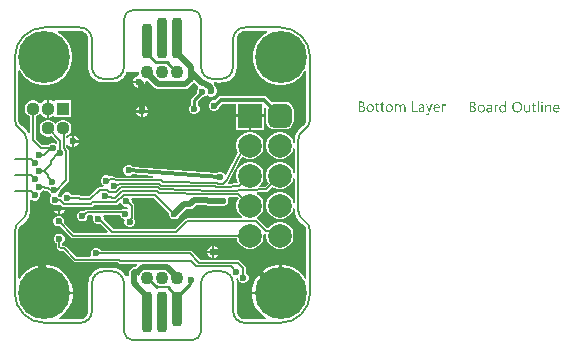
<source format=gbl>
G04*
G04 #@! TF.GenerationSoftware,Altium Limited,Altium Designer,21.9.2 (33)*
G04*
G04 Layer_Physical_Order=2*
G04 Layer_Color=16711680*
%FSAX25Y25*%
%MOIN*%
G70*
G04*
G04 #@! TF.SameCoordinates,782488B1-D104-45AB-8946-8B4A8FA7571F*
G04*
G04*
G04 #@! TF.FilePolarity,Positive*
G04*
G01*
G75*
%ADD10C,0.00984*%
%ADD11C,0.01968*%
%ADD12C,0.00591*%
%ADD14C,0.00787*%
%ADD15C,0.00591*%
%ADD16C,0.02362*%
%ADD47C,0.04370*%
%ADD53C,0.01181*%
%ADD54C,0.01378*%
%ADD57R,0.07874X0.07874*%
%ADD58C,0.07874*%
G04:AMPARAMS|DCode=59|XSize=78.74mil|YSize=78.74mil|CornerRadius=19.68mil|HoleSize=0mil|Usage=FLASHONLY|Rotation=90.000|XOffset=0mil|YOffset=0mil|HoleType=Round|Shape=RoundedRectangle|*
%AMROUNDEDRECTD59*
21,1,0.07874,0.03937,0,0,90.0*
21,1,0.03937,0.07874,0,0,90.0*
1,1,0.03937,0.01968,0.01968*
1,1,0.03937,0.01968,-0.01968*
1,1,0.03937,-0.01968,-0.01968*
1,1,0.03937,-0.01968,0.01968*
%
%ADD59ROUNDEDRECTD59*%
%ADD60C,0.17323*%
%ADD61R,0.04370X0.04370*%
%ADD62C,0.01968*%
G04:AMPARAMS|DCode=63|XSize=35.43mil|YSize=135.83mil|CornerRadius=13.82mil|HoleSize=0mil|Usage=FLASHONLY|Rotation=180.000|XOffset=0mil|YOffset=0mil|HoleType=Round|Shape=RoundedRectangle|*
%AMROUNDEDRECTD63*
21,1,0.03543,0.10819,0,0,180.0*
21,1,0.00780,0.13583,0,0,180.0*
1,1,0.02764,-0.00390,0.05409*
1,1,0.02764,0.00390,0.05409*
1,1,0.02764,0.00390,-0.05409*
1,1,0.02764,-0.00390,-0.05409*
%
%ADD63ROUNDEDRECTD63*%
G04:AMPARAMS|DCode=64|XSize=35.43mil|YSize=116.14mil|CornerRadius=13.82mil|HoleSize=0mil|Usage=FLASHONLY|Rotation=180.000|XOffset=0mil|YOffset=0mil|HoleType=Round|Shape=RoundedRectangle|*
%AMROUNDEDRECTD64*
21,1,0.03543,0.08850,0,0,180.0*
21,1,0.00780,0.11614,0,0,180.0*
1,1,0.02764,-0.00390,0.04425*
1,1,0.02764,0.00390,0.04425*
1,1,0.02764,0.00390,-0.04425*
1,1,0.02764,-0.00390,-0.04425*
%
%ADD64ROUNDEDRECTD64*%
%ADD65C,0.04331*%
G36*
X-0026644Y0047903D02*
X-0026147Y0047697D01*
X-0025699Y0047398D01*
X-0025318Y0047018D01*
X-0025019Y0046570D01*
X-0024813Y0046073D01*
X-0024708Y0045545D01*
Y0036016D01*
X-0024702Y0035986D01*
X-0024707Y0035956D01*
X-0024687Y0035570D01*
X-0024666Y0035483D01*
X-0024665Y0035394D01*
X-0024514Y0034638D01*
X-0024469Y0034529D01*
X-0024445Y0034412D01*
X-0024150Y0033700D01*
X-0024084Y0033602D01*
X-0024038Y0033492D01*
X-0023609Y0032851D01*
X-0023525Y0032768D01*
X-0023459Y0032669D01*
X-0022914Y0032125D01*
X-0022815Y0032059D01*
X-0022731Y0031975D01*
X-0022090Y0031547D01*
X-0021980Y0031502D01*
X-0021881Y0031436D01*
X-0021169Y0031142D01*
X-0021052Y0031119D01*
X-0020943Y0031073D01*
X-0020186Y0030924D01*
X-0020097Y0030924D01*
X-0020010Y0030902D01*
X-0019625Y0030884D01*
X-0019596Y0030888D01*
X-0019567Y0030882D01*
X-0016813Y0030882D01*
X-0016813Y0030882D01*
X-0016622Y0030882D01*
X-0016570Y0030893D01*
X-0016367Y0030902D01*
X-0016281Y0030924D01*
X-0016192Y0030924D01*
X-0015435Y0031074D01*
X-0015326Y0031119D01*
X-0015209Y0031142D01*
X-0014497Y0031436D01*
X-0014398Y0031502D01*
X-0014288Y0031547D01*
X-0013647Y0031975D01*
X-0013563Y0032059D01*
X-0013464Y0032125D01*
X-0012918Y0032670D01*
X-0012852Y0032768D01*
X-0012768Y0032852D01*
X-0012340Y0033493D01*
X-0012294Y0033602D01*
X-0012228Y0033701D01*
X-0011999Y0034252D01*
X-0007756D01*
Y0033889D01*
X-0007671Y0033571D01*
X-0008054Y0033071D01*
X-0008266D01*
X-0008989Y0032771D01*
X-0009543Y0032217D01*
X-0009842Y0031496D01*
X-0007874D01*
Y0031102D01*
X-0007480D01*
Y0029135D01*
X-0006759Y0029434D01*
X-0006205Y0029987D01*
X-0005906Y0030711D01*
Y0031124D01*
X-0005412Y0031509D01*
X-0005363Y0031496D01*
X-0004804D01*
X-0002488Y0029180D01*
X-0002488Y0029180D01*
X-0001967Y0028831D01*
X-0001352Y0028709D01*
X0007480D01*
X0007480Y0028709D01*
X0008095Y0028831D01*
X0008616Y0029180D01*
X0010193Y0030757D01*
X0010885Y0030773D01*
X0011950Y0029708D01*
X0011960Y0029696D01*
X0011979Y0029084D01*
X0011739Y0028845D01*
X0011469Y0028194D01*
Y0027504D01*
X0009803Y0025619D01*
X0009711Y0025461D01*
X0009610Y0025310D01*
X0009603Y0025276D01*
X0009586Y0025247D01*
X0009562Y0025066D01*
X0009526Y0024888D01*
Y0023449D01*
X0009128Y0023051D01*
X0008858Y0022400D01*
Y0021695D01*
X0009128Y0021044D01*
X0009626Y0020545D01*
X0010278Y0020276D01*
X0010982D01*
X0011633Y0020545D01*
X0012132Y0021044D01*
X0012402Y0021695D01*
Y0022400D01*
X0012132Y0023051D01*
X0011734Y0023449D01*
Y0024470D01*
X0013148Y0026070D01*
X0013593D01*
X0014245Y0026339D01*
X0014447Y0026542D01*
X0015130Y0026565D01*
X0015245Y0026451D01*
X0015896Y0026181D01*
X0016601D01*
X0017252Y0026451D01*
X0017750Y0026949D01*
X0018020Y0027600D01*
Y0028305D01*
X0017779Y0028888D01*
Y0028965D01*
X0017779Y0028965D01*
X0017656Y0029579D01*
X0017308Y0030100D01*
X0017308Y0030100D01*
X0017027Y0030382D01*
X0017234Y0030881D01*
X0019564Y0030874D01*
X0019595Y0030881D01*
X0019626Y0030876D01*
X0020012Y0030895D01*
X0020098Y0030917D01*
X0020188D01*
X0020945Y0031067D01*
X0021054Y0031113D01*
X0021171Y0031136D01*
X0021884Y0031431D01*
X0021982Y0031497D01*
X0022092Y0031542D01*
X0022734Y0031971D01*
X0022817Y0032055D01*
X0022916Y0032121D01*
X0023462Y0032667D01*
X0023528Y0032765D01*
X0023611Y0032849D01*
X0024040Y0033491D01*
X0024086Y0033600D01*
X0024152Y0033699D01*
X0024447Y0034412D01*
X0024470Y0034528D01*
X0024516Y0034638D01*
X0024666Y0035395D01*
Y0035484D01*
X0024688Y0035571D01*
X0024707Y0035957D01*
X0024702Y0035986D01*
X0024708Y0036016D01*
X0024708Y0045545D01*
X0024813Y0046073D01*
X0025019Y0046570D01*
X0025318Y0047018D01*
X0025699Y0047398D01*
X0026147Y0047697D01*
X0026644Y0047903D01*
X0027172Y0048008D01*
X0027441Y0048008D01*
X0034828Y0048008D01*
X0034897Y0047508D01*
X0033472Y0046556D01*
X0032184Y0045268D01*
X0031171Y0043753D01*
X0030474Y0042069D01*
X0030118Y0040281D01*
Y0038459D01*
X0030474Y0036671D01*
X0031171Y0034988D01*
X0032184Y0033472D01*
X0033472Y0032184D01*
X0034988Y0031171D01*
X0036671Y0030474D01*
X0038459Y0030118D01*
X0040281D01*
X0042069Y0030474D01*
X0043753Y0031171D01*
X0045268Y0032184D01*
X0046556Y0033472D01*
X0047508Y0034897D01*
X0048008Y0034828D01*
X0048008Y0018629D01*
X0048008Y0018269D01*
X0047822Y0017575D01*
X0047462Y0016952D01*
X0046954Y0016443D01*
X0046642Y0016263D01*
X0046612Y0016237D01*
X0046575Y0016222D01*
X0046147Y0015935D01*
X0046063Y0015852D01*
X0045964Y0015786D01*
X0045237Y0015059D01*
X0045150Y0014928D01*
X0045046Y0014809D01*
X0044532Y0013919D01*
X0044482Y0013770D01*
X0044412Y0013628D01*
X0044146Y0012635D01*
X0044138Y0012517D01*
X0044108Y0012402D01*
X0044074Y0011888D01*
X0044079Y0011849D01*
X0044071Y0011810D01*
Y0010860D01*
X0043571Y0010794D01*
X0043353Y0011610D01*
X0042757Y0012642D01*
X0041914Y0013485D01*
X0040881Y0014081D01*
X0039730Y0014390D01*
X0038538D01*
X0037386Y0014081D01*
X0036354Y0013485D01*
X0035511Y0012642D01*
X0034915Y0011610D01*
X0034606Y0010458D01*
Y0009266D01*
X0034915Y0008115D01*
X0035511Y0007082D01*
X0036354Y0006239D01*
X0037386Y0005643D01*
X0038538Y0005335D01*
X0039730D01*
X0040881Y0005643D01*
X0041914Y0006239D01*
X0042757Y0007082D01*
X0043353Y0008115D01*
X0043571Y0008930D01*
X0044071Y0008864D01*
X0044071Y0000860D01*
X0043571Y0000794D01*
X0043353Y0001610D01*
X0042757Y0002642D01*
X0041914Y0003485D01*
X0040881Y0004081D01*
X0039730Y0004390D01*
X0038538D01*
X0037386Y0004081D01*
X0036354Y0003485D01*
X0035511Y0002642D01*
X0034915Y0001610D01*
X0034606Y0000458D01*
Y-0000734D01*
X0034915Y-0001885D01*
X0035352Y-0002642D01*
X0034098Y-0003897D01*
X0032430Y-0003951D01*
X0032216Y-0003458D01*
X0032757Y-0002918D01*
X0033353Y-0001885D01*
X0033661Y-0000734D01*
Y0000458D01*
X0033353Y0001610D01*
X0032757Y0002642D01*
X0031914Y0003485D01*
X0030881Y0004081D01*
X0029730Y0004390D01*
X0028538D01*
X0027386Y0004081D01*
X0026354Y0003485D01*
X0025511Y0002642D01*
X0024915Y0001610D01*
X0024606Y0000458D01*
Y-0000734D01*
X0024915Y-0001885D01*
X0025122Y-0002245D01*
X0024848Y-0002770D01*
X0021924Y-0003019D01*
X0021713Y-0002566D01*
X0021997Y-0002282D01*
X0022072Y-0002169D01*
X0022158Y-0002063D01*
X0026310Y0005848D01*
X0026790Y0005987D01*
X0027386Y0005643D01*
X0028538Y0005335D01*
X0029730D01*
X0030881Y0005643D01*
X0031914Y0006239D01*
X0032757Y0007082D01*
X0033353Y0008115D01*
X0033661Y0009266D01*
Y0010458D01*
X0033353Y0011610D01*
X0032757Y0012642D01*
X0031914Y0013485D01*
X0030881Y0014081D01*
X0029730Y0014390D01*
X0028538D01*
X0027386Y0014081D01*
X0026354Y0013485D01*
X0025511Y0012642D01*
X0024915Y0011610D01*
X0024606Y0010458D01*
Y0009266D01*
X0024915Y0008115D01*
X0025200Y0007621D01*
X0021297Y0000183D01*
X0020850Y0000204D01*
X0020765Y0000245D01*
X0020295Y0000715D01*
X0019644Y0000984D01*
X0018939D01*
X0018288Y0000715D01*
X0018182Y0000609D01*
X-0010019Y0002846D01*
X-0010315Y0003143D01*
X-0010966Y0003412D01*
X-0011671D01*
X-0012322Y0003143D01*
X-0012821Y0002644D01*
X-0013091Y0001993D01*
Y0001288D01*
X-0012821Y0000637D01*
X-0012322Y0000139D01*
X-0011671Y-0000131D01*
X-0010966D01*
X-0010315Y0000139D01*
X-0010210Y0000244D01*
X-0003096Y-0000320D01*
X-0003116Y-0000820D01*
X-0014521D01*
X-0014863Y-0000807D01*
X-0014868Y-0000800D01*
X-0014868Y-0000800D01*
X-0014959Y-0000763D01*
X-0014999Y-0000779D01*
X-0014999D01*
X-0015018Y-0000796D01*
X-0016127Y-0000487D01*
X-0016127Y-0000487D01*
X-0016128Y-0000486D01*
X-0016657Y-0000339D01*
X-0016726Y-0000320D01*
X-0017127Y-0000253D01*
Y-0000265D01*
X-0017540D01*
X-0017850Y-0000327D01*
X-0018378Y-0000108D01*
X-0019083D01*
X-0019734Y-0000378D01*
X-0020233Y-0000876D01*
X-0020502Y-0001527D01*
Y-0002232D01*
X-0020233Y-0002883D01*
X-0019734Y-0003382D01*
X-0019643Y-0003420D01*
X-0019742Y-0003920D01*
X-0020965D01*
X-0021310Y-0003988D01*
X-0021603Y-0004184D01*
X-0024390Y-0006971D01*
X-0027134D01*
X-0027280Y-0006825D01*
X-0027573Y-0006629D01*
X-0027918Y-0006560D01*
X-0030346D01*
X-0030388Y-0006460D01*
X-0030886Y-0005962D01*
X-0031537Y-0005692D01*
X-0032242D01*
X-0032893Y-0005962D01*
X-0033392Y-0006460D01*
X-0033552Y-0006846D01*
X-0033779Y-0007127D01*
X-0034161Y-0007178D01*
X-0034252Y-0007160D01*
X-0034429D01*
X-0034750Y-0006839D01*
X-0034823Y-0006752D01*
X-0034799Y-0006235D01*
X-0034549Y-0005985D01*
X-0034280Y-0005333D01*
Y-0005242D01*
X-0031421Y-0002383D01*
X-0031225Y-0002090D01*
X-0031157Y-0001745D01*
X-0031157Y-0001745D01*
Y0008156D01*
X-0031157Y0008156D01*
X-0031225Y0008502D01*
X-0031421Y0008795D01*
X-0031421Y0008795D01*
X-0032069Y0009443D01*
Y0009956D01*
X-0031677Y0010078D01*
X-0031569Y0010085D01*
X-0031036Y0009552D01*
X-0030315Y0009253D01*
Y0011220D01*
Y0013188D01*
X-0031036Y0012889D01*
X-0031569Y0012356D01*
X-0031677Y0012363D01*
X-0032069Y0012485D01*
Y0012993D01*
X-0031485Y0013330D01*
X-0030968Y0013847D01*
X-0030602Y0014480D01*
X-0030413Y0015186D01*
Y0015917D01*
X-0030602Y0016623D01*
X-0030968Y0017255D01*
X-0031485Y0017772D01*
X-0032118Y0018138D01*
X-0032824Y0018327D01*
X-0033554D01*
X-0034260Y0018138D01*
X-0034893Y0017772D01*
X-0035410Y0017255D01*
X-0035439Y0017205D01*
X-0035939D01*
X-0035968Y0017255D01*
X-0036485Y0017772D01*
X-0037118Y0018138D01*
X-0037824Y0018327D01*
X-0038554D01*
X-0039260Y0018138D01*
X-0039893Y0017772D01*
X-0040410Y0017255D01*
X-0040775Y0016623D01*
X-0040965Y0015917D01*
Y0015186D01*
X-0040775Y0014480D01*
X-0040410Y0013847D01*
X-0039893Y0013330D01*
X-0039260Y0012965D01*
X-0038554Y0012776D01*
X-0037824D01*
X-0037118Y0012965D01*
X-0036967Y0013052D01*
X-0035068Y0011153D01*
X-0035116Y0010666D01*
X-0035557Y0010484D01*
X-0035610Y0010537D01*
X-0036262Y0010807D01*
X-0036966D01*
X-0037618Y0010537D01*
X-0038116Y0010039D01*
X-0038149Y0009958D01*
X-0040167D01*
X-0042286Y0012077D01*
Y0019520D01*
X-0042118Y0019565D01*
X-0041485Y0019930D01*
X-0041124Y0020290D01*
X-0040654Y0020321D01*
X-0040500Y0020258D01*
X-0040014Y0019773D01*
X-0039336Y0019381D01*
X-0038583Y0019179D01*
Y0022151D01*
Y0025123D01*
X-0039336Y0024921D01*
X-0040014Y0024530D01*
X-0040500Y0024044D01*
X-0040654Y0023982D01*
X-0041124Y0024012D01*
X-0041485Y0024372D01*
X-0042118Y0024738D01*
X-0042824Y0024927D01*
X-0043554D01*
X-0044260Y0024738D01*
X-0044893Y0024372D01*
X-0045410Y0023855D01*
X-0045775Y0023223D01*
X-0045965Y0022517D01*
Y0021786D01*
X-0045775Y0021080D01*
X-0045410Y0020447D01*
X-0044893Y0019930D01*
X-0044260Y0019565D01*
X-0044092Y0019520D01*
Y0014085D01*
X-0044112Y0014076D01*
X-0044592Y0013990D01*
X-0045046Y0014777D01*
X-0045151Y0014895D01*
X-0045238Y0015026D01*
X-0045965Y0015752D01*
X-0046063Y0015818D01*
X-0046147Y0015902D01*
X-0046575Y0016188D01*
X-0046612Y0016203D01*
X-0046642Y0016230D01*
X-0046954Y0016409D01*
X-0047462Y0016918D01*
X-0047822Y0017541D01*
X-0048008Y0018237D01*
X-0048008Y0018596D01*
X-0048008Y0034828D01*
X-0047508Y0034897D01*
X-0046556Y0033472D01*
X-0045268Y0032184D01*
X-0043753Y0031171D01*
X-0042069Y0030474D01*
X-0040281Y0030118D01*
X-0038459D01*
X-0036671Y0030474D01*
X-0034988Y0031171D01*
X-0033472Y0032184D01*
X-0032184Y0033472D01*
X-0031171Y0034988D01*
X-0030474Y0036671D01*
X-0030118Y0038459D01*
Y0040281D01*
X-0030474Y0042069D01*
X-0031171Y0043753D01*
X-0032184Y0045268D01*
X-0033472Y0046556D01*
X-0034897Y0047508D01*
X-0034828Y0048008D01*
X-0027172Y0048008D01*
X-0026644Y0047903D01*
D02*
G37*
G36*
X0126532Y0024590D02*
X0126560Y0024583D01*
X0126588Y0024574D01*
X0126619Y0024559D01*
X0126650Y0024540D01*
X0126681Y0024515D01*
X0126684Y0024512D01*
X0126693Y0024503D01*
X0126705Y0024488D01*
X0126721Y0024466D01*
X0126733Y0024438D01*
X0126745Y0024407D01*
X0126755Y0024370D01*
X0126758Y0024330D01*
Y0024324D01*
Y0024311D01*
X0126755Y0024293D01*
X0126749Y0024265D01*
X0126739Y0024237D01*
X0126724Y0024206D01*
X0126705Y0024175D01*
X0126681Y0024145D01*
X0126677Y0024141D01*
X0126668Y0024132D01*
X0126650Y0024120D01*
X0126628Y0024108D01*
X0126600Y0024095D01*
X0126569Y0024083D01*
X0126535Y0024074D01*
X0126495Y0024070D01*
X0126477D01*
X0126458Y0024074D01*
X0126430Y0024080D01*
X0126402Y0024089D01*
X0126372Y0024101D01*
X0126341Y0024117D01*
X0126310Y0024141D01*
X0126307Y0024145D01*
X0126297Y0024154D01*
X0126285Y0024172D01*
X0126273Y0024194D01*
X0126260Y0024219D01*
X0126248Y0024253D01*
X0126239Y0024290D01*
X0126235Y0024330D01*
Y0024336D01*
Y0024349D01*
X0126239Y0024370D01*
X0126245Y0024395D01*
X0126254Y0024426D01*
X0126266Y0024457D01*
X0126285Y0024488D01*
X0126310Y0024515D01*
X0126313Y0024519D01*
X0126322Y0024528D01*
X0126341Y0024540D01*
X0126362Y0024556D01*
X0126390Y0024568D01*
X0126421Y0024580D01*
X0126455Y0024590D01*
X0126495Y0024593D01*
X0126514D01*
X0126532Y0024590D01*
D02*
G37*
G36*
X0080230Y0023627D02*
X0080248D01*
X0080270Y0023624D01*
X0080322Y0023615D01*
X0080384Y0023599D01*
X0080455Y0023577D01*
X0080529Y0023543D01*
X0080607Y0023503D01*
X0080647Y0023475D01*
X0080684Y0023448D01*
X0080721Y0023417D01*
X0080758Y0023380D01*
X0080795Y0023340D01*
X0080829Y0023296D01*
X0080860Y0023250D01*
X0080891Y0023197D01*
X0080919Y0023142D01*
X0080943Y0023080D01*
X0080965Y0023015D01*
X0080987Y0022944D01*
X0080999Y0022870D01*
X0081011Y0022786D01*
X0081018Y0022700D01*
X0081021Y0022607D01*
Y0021062D01*
X0080619D01*
Y0022502D01*
Y0022508D01*
Y0022521D01*
Y0022542D01*
X0080616Y0022570D01*
Y0022604D01*
X0080613Y0022644D01*
X0080610Y0022688D01*
X0080603Y0022734D01*
X0080588Y0022833D01*
X0080563Y0022932D01*
X0080551Y0022981D01*
X0080532Y0023024D01*
X0080511Y0023068D01*
X0080489Y0023105D01*
Y0023108D01*
X0080483Y0023114D01*
X0080477Y0023123D01*
X0080464Y0023133D01*
X0080452Y0023148D01*
X0080433Y0023164D01*
X0080412Y0023179D01*
X0080387Y0023197D01*
X0080359Y0023216D01*
X0080329Y0023231D01*
X0080291Y0023247D01*
X0080254Y0023262D01*
X0080211Y0023272D01*
X0080162Y0023281D01*
X0080112Y0023287D01*
X0080057Y0023290D01*
X0080032D01*
X0080013Y0023287D01*
X0079992Y0023284D01*
X0079967Y0023278D01*
X0079905Y0023262D01*
X0079871Y0023250D01*
X0079837Y0023231D01*
X0079800Y0023213D01*
X0079766Y0023191D01*
X0079729Y0023164D01*
X0079692Y0023133D01*
X0079655Y0023096D01*
X0079621Y0023055D01*
X0079618Y0023052D01*
X0079615Y0023046D01*
X0079605Y0023031D01*
X0079593Y0023015D01*
X0079581Y0022990D01*
X0079565Y0022963D01*
X0079547Y0022932D01*
X0079531Y0022898D01*
X0079516Y0022858D01*
X0079497Y0022814D01*
X0079482Y0022768D01*
X0079469Y0022718D01*
X0079457Y0022666D01*
X0079451Y0022610D01*
X0079445Y0022555D01*
X0079442Y0022493D01*
Y0021062D01*
X0079040D01*
Y0022552D01*
Y0022555D01*
Y0022561D01*
Y0022570D01*
Y0022582D01*
X0079037Y0022601D01*
Y0022620D01*
X0079031Y0022666D01*
X0079021Y0022722D01*
X0079009Y0022786D01*
X0078994Y0022851D01*
X0078969Y0022922D01*
X0078938Y0022990D01*
X0078901Y0023055D01*
X0078855Y0023120D01*
X0078799Y0023176D01*
X0078734Y0023222D01*
X0078697Y0023241D01*
X0078657Y0023259D01*
X0078614Y0023272D01*
X0078570Y0023281D01*
X0078521Y0023287D01*
X0078468Y0023290D01*
X0078444D01*
X0078425Y0023287D01*
X0078400Y0023284D01*
X0078376Y0023278D01*
X0078314Y0023262D01*
X0078280Y0023250D01*
X0078246Y0023234D01*
X0078209Y0023219D01*
X0078172Y0023197D01*
X0078135Y0023170D01*
X0078097Y0023142D01*
X0078063Y0023108D01*
X0078030Y0023068D01*
X0078026Y0023065D01*
X0078023Y0023058D01*
X0078014Y0023046D01*
X0078002Y0023028D01*
X0077989Y0023006D01*
X0077977Y0022981D01*
X0077961Y0022950D01*
X0077946Y0022913D01*
X0077928Y0022873D01*
X0077912Y0022830D01*
X0077900Y0022783D01*
X0077887Y0022734D01*
X0077875Y0022678D01*
X0077866Y0022620D01*
X0077863Y0022558D01*
X0077860Y0022493D01*
Y0021062D01*
X0077458D01*
Y0023571D01*
X0077860D01*
Y0023173D01*
X0077869D01*
X0077872Y0023179D01*
X0077881Y0023191D01*
X0077897Y0023216D01*
X0077918Y0023244D01*
X0077946Y0023278D01*
X0077980Y0023318D01*
X0078020Y0023358D01*
X0078067Y0023401D01*
X0078119Y0023445D01*
X0078178Y0023485D01*
X0078243Y0023525D01*
X0078311Y0023559D01*
X0078388Y0023587D01*
X0078471Y0023611D01*
X0078558Y0023624D01*
X0078651Y0023630D01*
X0078675D01*
X0078694Y0023627D01*
X0078715D01*
X0078743Y0023624D01*
X0078771Y0023618D01*
X0078802Y0023611D01*
X0078873Y0023596D01*
X0078947Y0023568D01*
X0079021Y0023534D01*
X0079058Y0023509D01*
X0079096Y0023485D01*
X0079099Y0023482D01*
X0079105Y0023479D01*
X0079114Y0023469D01*
X0079126Y0023460D01*
X0079160Y0023426D01*
X0079201Y0023386D01*
X0079244Y0023330D01*
X0079287Y0023265D01*
X0079327Y0023191D01*
X0079358Y0023108D01*
X0079361Y0023114D01*
X0079371Y0023130D01*
X0079389Y0023157D01*
X0079411Y0023188D01*
X0079442Y0023228D01*
X0079476Y0023275D01*
X0079519Y0023321D01*
X0079568Y0023370D01*
X0079624Y0023417D01*
X0079686Y0023466D01*
X0079754Y0023509D01*
X0079828Y0023550D01*
X0079911Y0023581D01*
X0079998Y0023608D01*
X0080094Y0023624D01*
X0080193Y0023630D01*
X0080214D01*
X0080230Y0023627D01*
D02*
G37*
G36*
X0114565Y0020925D02*
X0114163D01*
Y0021348D01*
X0114154D01*
X0114151Y0021342D01*
X0114141Y0021327D01*
X0114123Y0021305D01*
X0114101Y0021274D01*
X0114070Y0021237D01*
X0114036Y0021197D01*
X0113993Y0021154D01*
X0113940Y0021107D01*
X0113885Y0021061D01*
X0113820Y0021017D01*
X0113749Y0020977D01*
X0113672Y0020940D01*
X0113588Y0020909D01*
X0113496Y0020888D01*
X0113397Y0020872D01*
X0113292Y0020866D01*
X0113270D01*
X0113245Y0020869D01*
X0113214Y0020872D01*
X0113174Y0020875D01*
X0113128Y0020885D01*
X0113075Y0020894D01*
X0113020Y0020909D01*
X0112961Y0020925D01*
X0112899Y0020950D01*
X0112837Y0020974D01*
X0112772Y0021008D01*
X0112711Y0021045D01*
X0112649Y0021092D01*
X0112590Y0021144D01*
X0112534Y0021203D01*
X0112531Y0021206D01*
X0112522Y0021218D01*
X0112510Y0021237D01*
X0112491Y0021265D01*
X0112470Y0021299D01*
X0112445Y0021339D01*
X0112420Y0021388D01*
X0112395Y0021444D01*
X0112368Y0021506D01*
X0112343Y0021574D01*
X0112318Y0021651D01*
X0112297Y0021731D01*
X0112278Y0021818D01*
X0112266Y0021914D01*
X0112256Y0022013D01*
X0112253Y0022118D01*
Y0022121D01*
Y0022124D01*
Y0022133D01*
Y0022145D01*
X0112256Y0022176D01*
X0112259Y0022220D01*
X0112263Y0022275D01*
X0112269Y0022334D01*
X0112278Y0022402D01*
X0112294Y0022476D01*
X0112309Y0022553D01*
X0112330Y0022637D01*
X0112355Y0022717D01*
X0112386Y0022804D01*
X0112420Y0022884D01*
X0112463Y0022964D01*
X0112510Y0023042D01*
X0112565Y0023116D01*
X0112568Y0023119D01*
X0112581Y0023131D01*
X0112599Y0023150D01*
X0112624Y0023174D01*
X0112655Y0023202D01*
X0112692Y0023236D01*
X0112738Y0023270D01*
X0112788Y0023304D01*
X0112847Y0023338D01*
X0112908Y0023372D01*
X0112976Y0023406D01*
X0113050Y0023434D01*
X0113131Y0023459D01*
X0113217Y0023477D01*
X0113307Y0023490D01*
X0113403Y0023493D01*
X0113424D01*
X0113452Y0023490D01*
X0113486Y0023486D01*
X0113530Y0023480D01*
X0113579Y0023471D01*
X0113631Y0023459D01*
X0113690Y0023443D01*
X0113752Y0023422D01*
X0113814Y0023394D01*
X0113875Y0023360D01*
X0113937Y0023320D01*
X0113996Y0023273D01*
X0114055Y0023221D01*
X0114107Y0023156D01*
X0114154Y0023085D01*
X0114163D01*
Y0024639D01*
X0114565D01*
Y0020925D01*
D02*
G37*
G36*
X0094246Y0023611D02*
X0094280D01*
X0094317Y0023605D01*
X0094357Y0023599D01*
X0094397Y0023593D01*
X0094431Y0023581D01*
Y0023164D01*
X0094425Y0023167D01*
X0094413Y0023176D01*
X0094388Y0023188D01*
X0094354Y0023204D01*
X0094308Y0023219D01*
X0094258Y0023231D01*
X0094196Y0023241D01*
X0094125Y0023244D01*
X0094101D01*
X0094082Y0023241D01*
X0094060Y0023238D01*
X0094036Y0023231D01*
X0093977Y0023213D01*
X0093943Y0023201D01*
X0093909Y0023185D01*
X0093872Y0023164D01*
X0093835Y0023142D01*
X0093801Y0023114D01*
X0093764Y0023080D01*
X0093730Y0023043D01*
X0093696Y0023000D01*
X0093693Y0022997D01*
X0093690Y0022987D01*
X0093680Y0022975D01*
X0093668Y0022956D01*
X0093656Y0022932D01*
X0093640Y0022901D01*
X0093625Y0022867D01*
X0093609Y0022827D01*
X0093594Y0022783D01*
X0093578Y0022734D01*
X0093563Y0022678D01*
X0093551Y0022620D01*
X0093538Y0022555D01*
X0093529Y0022487D01*
X0093526Y0022416D01*
X0093523Y0022338D01*
Y0021062D01*
X0093121D01*
Y0023571D01*
X0093523D01*
Y0023052D01*
X0093532D01*
Y0023055D01*
X0093535Y0023065D01*
X0093541Y0023077D01*
X0093547Y0023096D01*
X0093557Y0023117D01*
X0093569Y0023145D01*
X0093597Y0023204D01*
X0093634Y0023272D01*
X0093680Y0023340D01*
X0093733Y0023404D01*
X0093795Y0023466D01*
X0093798Y0023469D01*
X0093804Y0023472D01*
X0093813Y0023479D01*
X0093826Y0023491D01*
X0093841Y0023500D01*
X0093863Y0023513D01*
X0093909Y0023540D01*
X0093968Y0023568D01*
X0094036Y0023593D01*
X0094110Y0023608D01*
X0094150Y0023611D01*
X0094190Y0023615D01*
X0094215D01*
X0094246Y0023611D01*
D02*
G37*
G36*
X0128779Y0023490D02*
X0128806D01*
X0128840Y0023483D01*
X0128881Y0023477D01*
X0128924Y0023471D01*
X0128970Y0023459D01*
X0129020Y0023446D01*
X0129072Y0023428D01*
X0129125Y0023406D01*
X0129177Y0023378D01*
X0129227Y0023347D01*
X0129276Y0023313D01*
X0129323Y0023270D01*
X0129366Y0023224D01*
X0129369Y0023221D01*
X0129375Y0023211D01*
X0129387Y0023196D01*
X0129400Y0023174D01*
X0129415Y0023147D01*
X0129434Y0023113D01*
X0129455Y0023072D01*
X0129477Y0023029D01*
X0129496Y0022977D01*
X0129517Y0022921D01*
X0129536Y0022856D01*
X0129551Y0022788D01*
X0129563Y0022714D01*
X0129576Y0022634D01*
X0129582Y0022550D01*
X0129585Y0022457D01*
Y0020925D01*
X0129183D01*
Y0022355D01*
Y0022359D01*
Y0022365D01*
Y0022374D01*
Y0022389D01*
X0129180Y0022408D01*
Y0022430D01*
X0129174Y0022479D01*
X0129165Y0022541D01*
X0129153Y0022609D01*
X0129134Y0022680D01*
X0129109Y0022754D01*
X0129078Y0022828D01*
X0129041Y0022899D01*
X0128995Y0022967D01*
X0128936Y0023029D01*
X0128871Y0023079D01*
X0128834Y0023100D01*
X0128791Y0023119D01*
X0128748Y0023134D01*
X0128701Y0023144D01*
X0128652Y0023150D01*
X0128599Y0023153D01*
X0128572D01*
X0128550Y0023150D01*
X0128525Y0023147D01*
X0128494Y0023140D01*
X0128460Y0023134D01*
X0128426Y0023125D01*
X0128386Y0023113D01*
X0128346Y0023097D01*
X0128306Y0023079D01*
X0128263Y0023057D01*
X0128222Y0023029D01*
X0128179Y0022998D01*
X0128139Y0022964D01*
X0128102Y0022924D01*
X0128099Y0022921D01*
X0128093Y0022915D01*
X0128083Y0022902D01*
X0128071Y0022884D01*
X0128056Y0022862D01*
X0128040Y0022835D01*
X0128022Y0022804D01*
X0128003Y0022770D01*
X0127984Y0022729D01*
X0127966Y0022686D01*
X0127951Y0022640D01*
X0127935Y0022590D01*
X0127923Y0022535D01*
X0127913Y0022479D01*
X0127907Y0022417D01*
X0127904Y0022355D01*
Y0020925D01*
X0127502D01*
Y0023434D01*
X0127904D01*
Y0023017D01*
X0127913D01*
X0127917Y0023023D01*
X0127926Y0023038D01*
X0127944Y0023060D01*
X0127966Y0023091D01*
X0127997Y0023128D01*
X0128031Y0023168D01*
X0128074Y0023211D01*
X0128123Y0023255D01*
X0128179Y0023298D01*
X0128241Y0023341D01*
X0128309Y0023381D01*
X0128380Y0023418D01*
X0128460Y0023449D01*
X0128547Y0023471D01*
X0128640Y0023486D01*
X0128738Y0023493D01*
X0128757D01*
X0128779Y0023490D01*
D02*
G37*
G36*
X0111802Y0023474D02*
X0111836D01*
X0111873Y0023468D01*
X0111913Y0023462D01*
X0111954Y0023456D01*
X0111988Y0023443D01*
Y0023026D01*
X0111981Y0023029D01*
X0111969Y0023038D01*
X0111944Y0023051D01*
X0111910Y0023066D01*
X0111864Y0023082D01*
X0111814Y0023094D01*
X0111753Y0023103D01*
X0111682Y0023106D01*
X0111657D01*
X0111638Y0023103D01*
X0111617Y0023100D01*
X0111592Y0023094D01*
X0111533Y0023076D01*
X0111499Y0023063D01*
X0111465Y0023048D01*
X0111428Y0023026D01*
X0111391Y0023004D01*
X0111357Y0022977D01*
X0111320Y0022943D01*
X0111286Y0022906D01*
X0111252Y0022862D01*
X0111249Y0022859D01*
X0111246Y0022850D01*
X0111237Y0022838D01*
X0111224Y0022819D01*
X0111212Y0022794D01*
X0111196Y0022763D01*
X0111181Y0022729D01*
X0111166Y0022689D01*
X0111150Y0022646D01*
X0111135Y0022596D01*
X0111119Y0022541D01*
X0111107Y0022482D01*
X0111094Y0022417D01*
X0111085Y0022349D01*
X0111082Y0022278D01*
X0111079Y0022201D01*
Y0020925D01*
X0110677D01*
Y0023434D01*
X0111079D01*
Y0022915D01*
X0111088D01*
Y0022918D01*
X0111091Y0022927D01*
X0111098Y0022940D01*
X0111104Y0022958D01*
X0111113Y0022980D01*
X0111125Y0023008D01*
X0111153Y0023066D01*
X0111190Y0023134D01*
X0111237Y0023202D01*
X0111289Y0023267D01*
X0111351Y0023329D01*
X0111354Y0023332D01*
X0111360Y0023335D01*
X0111370Y0023341D01*
X0111382Y0023354D01*
X0111397Y0023363D01*
X0111419Y0023375D01*
X0111465Y0023403D01*
X0111524Y0023431D01*
X0111592Y0023456D01*
X0111666Y0023471D01*
X0111706Y0023474D01*
X0111747Y0023477D01*
X0111771D01*
X0111802Y0023474D01*
D02*
G37*
G36*
X0088912Y0020661D02*
Y0020658D01*
X0088909Y0020651D01*
X0088903Y0020642D01*
X0088897Y0020627D01*
X0088891Y0020608D01*
X0088882Y0020590D01*
X0088857Y0020540D01*
X0088823Y0020481D01*
X0088786Y0020413D01*
X0088739Y0020345D01*
X0088687Y0020271D01*
X0088628Y0020200D01*
X0088563Y0020129D01*
X0088492Y0020061D01*
X0088415Y0020002D01*
X0088332Y0019953D01*
X0088288Y0019934D01*
X0088242Y0019916D01*
X0088196Y0019900D01*
X0088146Y0019891D01*
X0088097Y0019885D01*
X0088044Y0019882D01*
X0088020D01*
X0087989Y0019885D01*
X0087951D01*
X0087911Y0019891D01*
X0087868Y0019897D01*
X0087822Y0019904D01*
X0087782Y0019916D01*
Y0020274D01*
X0087788Y0020271D01*
X0087803Y0020268D01*
X0087828Y0020262D01*
X0087859Y0020253D01*
X0087896Y0020243D01*
X0087936Y0020237D01*
X0087979Y0020234D01*
X0088020Y0020231D01*
X0088032D01*
X0088047Y0020234D01*
X0088069Y0020237D01*
X0088094Y0020243D01*
X0088125Y0020250D01*
X0088155Y0020262D01*
X0088192Y0020277D01*
X0088226Y0020296D01*
X0088267Y0020321D01*
X0088304Y0020348D01*
X0088341Y0020382D01*
X0088378Y0020426D01*
X0088415Y0020472D01*
X0088446Y0020528D01*
X0088477Y0020593D01*
X0088678Y0021065D01*
X0087698Y0023571D01*
X0088143D01*
X0088823Y0021640D01*
Y0021637D01*
X0088826Y0021631D01*
X0088829Y0021621D01*
X0088835Y0021603D01*
X0088841Y0021578D01*
X0088848Y0021544D01*
X0088860Y0021501D01*
X0088872Y0021449D01*
X0088888D01*
Y0021452D01*
X0088891Y0021461D01*
X0088894Y0021473D01*
X0088900Y0021495D01*
X0088906Y0021520D01*
X0088912Y0021551D01*
X0088925Y0021591D01*
X0088937Y0021634D01*
X0089651Y0023571D01*
X0090065D01*
X0088912Y0020661D01*
D02*
G37*
G36*
X0122565Y0020925D02*
X0122163D01*
Y0021320D01*
X0122154D01*
X0122151Y0021314D01*
X0122141Y0021302D01*
X0122126Y0021277D01*
X0122107Y0021249D01*
X0122080Y0021215D01*
X0122046Y0021178D01*
X0122008Y0021135D01*
X0121962Y0021095D01*
X0121913Y0021052D01*
X0121854Y0021011D01*
X0121792Y0020971D01*
X0121721Y0020937D01*
X0121644Y0020909D01*
X0121563Y0020885D01*
X0121474Y0020872D01*
X0121378Y0020866D01*
X0121356D01*
X0121341Y0020869D01*
X0121319D01*
X0121295Y0020872D01*
X0121267Y0020878D01*
X0121239Y0020882D01*
X0121171Y0020900D01*
X0121094Y0020922D01*
X0121013Y0020956D01*
X0120973Y0020977D01*
X0120930Y0020999D01*
X0120887Y0021027D01*
X0120847Y0021055D01*
X0120806Y0021089D01*
X0120766Y0021126D01*
X0120726Y0021169D01*
X0120689Y0021212D01*
X0120655Y0021262D01*
X0120621Y0021317D01*
X0120593Y0021376D01*
X0120565Y0021438D01*
X0120541Y0021506D01*
X0120519Y0021580D01*
X0120504Y0021660D01*
X0120491Y0021744D01*
X0120485Y0021836D01*
X0120482Y0021932D01*
Y0023434D01*
X0120881D01*
Y0021997D01*
Y0021994D01*
Y0021988D01*
Y0021979D01*
Y0021963D01*
X0120884Y0021945D01*
Y0021923D01*
X0120890Y0021873D01*
X0120899Y0021812D01*
X0120912Y0021747D01*
X0120933Y0021673D01*
X0120958Y0021602D01*
X0120989Y0021527D01*
X0121029Y0021453D01*
X0121078Y0021388D01*
X0121137Y0021327D01*
X0121208Y0021277D01*
X0121245Y0021256D01*
X0121288Y0021237D01*
X0121335Y0021222D01*
X0121381Y0021212D01*
X0121434Y0021206D01*
X0121489Y0021203D01*
X0121517D01*
X0121539Y0021206D01*
X0121563Y0021209D01*
X0121591Y0021215D01*
X0121625Y0021222D01*
X0121659Y0021231D01*
X0121696Y0021240D01*
X0121737Y0021256D01*
X0121777Y0021274D01*
X0121817Y0021296D01*
X0121857Y0021320D01*
X0121897Y0021348D01*
X0121934Y0021382D01*
X0121971Y0021419D01*
X0121974Y0021422D01*
X0121981Y0021429D01*
X0121990Y0021441D01*
X0122002Y0021459D01*
X0122015Y0021481D01*
X0122033Y0021506D01*
X0122049Y0021537D01*
X0122067Y0021571D01*
X0122086Y0021611D01*
X0122101Y0021654D01*
X0122120Y0021700D01*
X0122132Y0021750D01*
X0122144Y0021805D01*
X0122154Y0021861D01*
X0122160Y0021923D01*
X0122163Y0021988D01*
Y0023434D01*
X0122565D01*
Y0020925D01*
D02*
G37*
G36*
X0086465Y0023627D02*
X0086487D01*
X0086509Y0023624D01*
X0086536Y0023621D01*
X0086567Y0023615D01*
X0086632Y0023602D01*
X0086709Y0023581D01*
X0086787Y0023553D01*
X0086870Y0023513D01*
X0086953Y0023463D01*
X0086994Y0023435D01*
X0087034Y0023401D01*
X0087071Y0023364D01*
X0087108Y0023327D01*
X0087142Y0023284D01*
X0087173Y0023234D01*
X0087204Y0023185D01*
X0087231Y0023130D01*
X0087253Y0023068D01*
X0087275Y0023003D01*
X0087290Y0022935D01*
X0087303Y0022858D01*
X0087309Y0022780D01*
X0087312Y0022694D01*
Y0021062D01*
X0086910D01*
Y0021452D01*
X0086901D01*
X0086898Y0021445D01*
X0086888Y0021433D01*
X0086873Y0021411D01*
X0086851Y0021381D01*
X0086824Y0021347D01*
X0086790Y0021309D01*
X0086753Y0021269D01*
X0086706Y0021229D01*
X0086654Y0021186D01*
X0086598Y0021146D01*
X0086533Y0021109D01*
X0086465Y0021075D01*
X0086388Y0021044D01*
X0086308Y0021022D01*
X0086221Y0021010D01*
X0086128Y0021003D01*
X0086091D01*
X0086067Y0021007D01*
X0086036Y0021010D01*
X0085999Y0021013D01*
X0085958Y0021019D01*
X0085915Y0021028D01*
X0085819Y0021053D01*
X0085773Y0021068D01*
X0085724Y0021087D01*
X0085674Y0021109D01*
X0085628Y0021136D01*
X0085585Y0021167D01*
X0085541Y0021201D01*
X0085538Y0021204D01*
X0085532Y0021211D01*
X0085523Y0021223D01*
X0085507Y0021238D01*
X0085492Y0021257D01*
X0085476Y0021282D01*
X0085455Y0021309D01*
X0085436Y0021340D01*
X0085418Y0021377D01*
X0085399Y0021418D01*
X0085381Y0021461D01*
X0085365Y0021507D01*
X0085350Y0021557D01*
X0085340Y0021609D01*
X0085334Y0021668D01*
X0085331Y0021727D01*
Y0021730D01*
Y0021736D01*
Y0021745D01*
X0085334Y0021757D01*
Y0021773D01*
X0085337Y0021791D01*
X0085343Y0021838D01*
X0085356Y0021893D01*
X0085374Y0021955D01*
X0085399Y0022023D01*
X0085436Y0022094D01*
X0085479Y0022165D01*
X0085532Y0022236D01*
X0085566Y0022270D01*
X0085600Y0022304D01*
X0085640Y0022338D01*
X0085680Y0022369D01*
X0085727Y0022400D01*
X0085776Y0022428D01*
X0085829Y0022453D01*
X0085887Y0022478D01*
X0085949Y0022499D01*
X0086014Y0022518D01*
X0086085Y0022533D01*
X0086159Y0022545D01*
X0086910Y0022650D01*
Y0022654D01*
Y0022657D01*
Y0022666D01*
Y0022678D01*
X0086907Y0022709D01*
X0086901Y0022749D01*
X0086895Y0022799D01*
X0086882Y0022854D01*
X0086867Y0022910D01*
X0086845Y0022972D01*
X0086818Y0023031D01*
X0086783Y0023089D01*
X0086743Y0023142D01*
X0086694Y0023191D01*
X0086632Y0023231D01*
X0086564Y0023262D01*
X0086527Y0023275D01*
X0086484Y0023284D01*
X0086440Y0023287D01*
X0086394Y0023290D01*
X0086373D01*
X0086351Y0023287D01*
X0086317Y0023284D01*
X0086277Y0023281D01*
X0086230Y0023275D01*
X0086178Y0023265D01*
X0086122Y0023253D01*
X0086060Y0023234D01*
X0085996Y0023216D01*
X0085927Y0023191D01*
X0085856Y0023160D01*
X0085785Y0023123D01*
X0085714Y0023083D01*
X0085643Y0023037D01*
X0085575Y0022981D01*
Y0023392D01*
X0085578Y0023395D01*
X0085591Y0023401D01*
X0085612Y0023414D01*
X0085640Y0023429D01*
X0085677Y0023448D01*
X0085717Y0023466D01*
X0085767Y0023488D01*
X0085822Y0023513D01*
X0085881Y0023534D01*
X0085946Y0023556D01*
X0086017Y0023574D01*
X0086091Y0023593D01*
X0086172Y0023608D01*
X0086252Y0023621D01*
X0086339Y0023627D01*
X0086428Y0023630D01*
X0086450D01*
X0086465Y0023627D01*
D02*
G37*
G36*
X0083622Y0021433D02*
X0085035D01*
Y0021062D01*
X0083211D01*
Y0024576D01*
X0083622D01*
Y0021433D01*
D02*
G37*
G36*
X0066430Y0024573D02*
X0066467Y0024569D01*
X0066510Y0024563D01*
X0066559Y0024557D01*
X0066615Y0024548D01*
X0066671Y0024535D01*
X0066729Y0024520D01*
X0066791Y0024501D01*
X0066850Y0024480D01*
X0066912Y0024455D01*
X0066967Y0024424D01*
X0067023Y0024390D01*
X0067076Y0024350D01*
X0067079Y0024347D01*
X0067088Y0024341D01*
X0067100Y0024328D01*
X0067116Y0024310D01*
X0067137Y0024288D01*
X0067159Y0024260D01*
X0067184Y0024229D01*
X0067208Y0024195D01*
X0067233Y0024155D01*
X0067258Y0024112D01*
X0067279Y0024063D01*
X0067301Y0024013D01*
X0067317Y0023958D01*
X0067329Y0023899D01*
X0067338Y0023837D01*
X0067341Y0023772D01*
Y0023769D01*
Y0023760D01*
Y0023744D01*
X0067338Y0023723D01*
X0067335Y0023695D01*
X0067332Y0023667D01*
X0067329Y0023633D01*
X0067323Y0023596D01*
X0067301Y0023513D01*
X0067273Y0023426D01*
X0067255Y0023380D01*
X0067233Y0023336D01*
X0067208Y0023293D01*
X0067181Y0023250D01*
X0067177Y0023247D01*
X0067174Y0023241D01*
X0067165Y0023228D01*
X0067150Y0023213D01*
X0067134Y0023197D01*
X0067116Y0023176D01*
X0067091Y0023154D01*
X0067066Y0023130D01*
X0067035Y0023105D01*
X0067001Y0023077D01*
X0066964Y0023052D01*
X0066924Y0023024D01*
X0066881Y0023000D01*
X0066838Y0022978D01*
X0066736Y0022938D01*
Y0022929D01*
X0066739D01*
X0066751Y0022926D01*
X0066769Y0022922D01*
X0066794Y0022919D01*
X0066825Y0022913D01*
X0066859Y0022904D01*
X0066899Y0022892D01*
X0066940Y0022879D01*
X0067029Y0022845D01*
X0067079Y0022824D01*
X0067125Y0022796D01*
X0067171Y0022768D01*
X0067218Y0022737D01*
X0067264Y0022700D01*
X0067304Y0022660D01*
X0067307Y0022657D01*
X0067313Y0022650D01*
X0067323Y0022638D01*
X0067338Y0022620D01*
X0067353Y0022595D01*
X0067372Y0022570D01*
X0067391Y0022536D01*
X0067412Y0022502D01*
X0067431Y0022462D01*
X0067449Y0022416D01*
X0067468Y0022369D01*
X0067483Y0022317D01*
X0067499Y0022258D01*
X0067508Y0022199D01*
X0067514Y0022138D01*
X0067517Y0022070D01*
Y0022063D01*
Y0022051D01*
X0067514Y0022026D01*
X0067511Y0021995D01*
X0067508Y0021955D01*
X0067499Y0021912D01*
X0067489Y0021863D01*
X0067477Y0021810D01*
X0067459Y0021751D01*
X0067437Y0021693D01*
X0067412Y0021634D01*
X0067381Y0021572D01*
X0067344Y0021510D01*
X0067301Y0021452D01*
X0067252Y0021396D01*
X0067193Y0021340D01*
X0067190Y0021337D01*
X0067177Y0021328D01*
X0067159Y0021316D01*
X0067134Y0021297D01*
X0067103Y0021275D01*
X0067063Y0021254D01*
X0067020Y0021226D01*
X0066970Y0021201D01*
X0066912Y0021177D01*
X0066850Y0021152D01*
X0066785Y0021127D01*
X0066711Y0021105D01*
X0066634Y0021087D01*
X0066553Y0021075D01*
X0066467Y0021065D01*
X0066377Y0021062D01*
X0065354D01*
Y0024576D01*
X0066396D01*
X0066430Y0024573D01*
D02*
G37*
G36*
X0073348Y0023571D02*
X0073982D01*
Y0023225D01*
X0073348D01*
Y0021813D01*
Y0021810D01*
Y0021801D01*
Y0021788D01*
Y0021773D01*
X0073351Y0021751D01*
X0073354Y0021727D01*
X0073361Y0021674D01*
X0073370Y0021612D01*
X0073385Y0021554D01*
X0073407Y0021498D01*
X0073419Y0021473D01*
X0073435Y0021452D01*
X0073438Y0021449D01*
X0073450Y0021436D01*
X0073472Y0021418D01*
X0073503Y0021399D01*
X0073543Y0021377D01*
X0073592Y0021362D01*
X0073651Y0021350D01*
X0073719Y0021343D01*
X0073744D01*
X0073772Y0021347D01*
X0073809Y0021353D01*
X0073849Y0021365D01*
X0073895Y0021377D01*
X0073938Y0021399D01*
X0073982Y0021427D01*
Y0021084D01*
X0073979D01*
X0073975Y0021081D01*
X0073966Y0021078D01*
X0073957Y0021071D01*
X0073923Y0021059D01*
X0073883Y0021047D01*
X0073827Y0021034D01*
X0073762Y0021022D01*
X0073688Y0021013D01*
X0073605Y0021010D01*
X0073577D01*
X0073543Y0021016D01*
X0073503Y0021022D01*
X0073453Y0021031D01*
X0073398Y0021050D01*
X0073336Y0021071D01*
X0073277Y0021102D01*
X0073215Y0021139D01*
X0073154Y0021189D01*
X0073098Y0021248D01*
X0073073Y0021282D01*
X0073048Y0021319D01*
X0073027Y0021359D01*
X0073008Y0021402D01*
X0072990Y0021449D01*
X0072974Y0021501D01*
X0072962Y0021554D01*
X0072953Y0021612D01*
X0072949Y0021674D01*
X0072947Y0021742D01*
Y0023225D01*
X0072517D01*
Y0023571D01*
X0072947D01*
Y0024183D01*
X0073348Y0024313D01*
Y0023571D01*
D02*
G37*
G36*
X0071649D02*
X0072282D01*
Y0023225D01*
X0071649D01*
Y0021813D01*
Y0021810D01*
Y0021801D01*
Y0021788D01*
Y0021773D01*
X0071652Y0021751D01*
X0071655Y0021727D01*
X0071661Y0021674D01*
X0071670Y0021612D01*
X0071686Y0021554D01*
X0071707Y0021498D01*
X0071720Y0021473D01*
X0071735Y0021452D01*
X0071738Y0021449D01*
X0071751Y0021436D01*
X0071772Y0021418D01*
X0071803Y0021399D01*
X0071843Y0021377D01*
X0071893Y0021362D01*
X0071952Y0021350D01*
X0072019Y0021343D01*
X0072044D01*
X0072072Y0021347D01*
X0072109Y0021353D01*
X0072149Y0021365D01*
X0072196Y0021377D01*
X0072239Y0021399D01*
X0072282Y0021427D01*
Y0021084D01*
X0072279D01*
X0072276Y0021081D01*
X0072267Y0021078D01*
X0072257Y0021071D01*
X0072223Y0021059D01*
X0072183Y0021047D01*
X0072128Y0021034D01*
X0072063Y0021022D01*
X0071988Y0021013D01*
X0071905Y0021010D01*
X0071877D01*
X0071843Y0021016D01*
X0071803Y0021022D01*
X0071754Y0021031D01*
X0071698Y0021050D01*
X0071636Y0021071D01*
X0071578Y0021102D01*
X0071516Y0021139D01*
X0071454Y0021189D01*
X0071398Y0021248D01*
X0071374Y0021282D01*
X0071349Y0021319D01*
X0071327Y0021359D01*
X0071309Y0021402D01*
X0071290Y0021449D01*
X0071275Y0021501D01*
X0071262Y0021554D01*
X0071253Y0021612D01*
X0071250Y0021674D01*
X0071247Y0021742D01*
Y0023225D01*
X0070817D01*
Y0023571D01*
X0071247D01*
Y0024183D01*
X0071649Y0024313D01*
Y0023571D01*
D02*
G37*
G36*
X0091530Y0023627D02*
X0091564Y0023624D01*
X0091607Y0023621D01*
X0091653Y0023615D01*
X0091706Y0023602D01*
X0091761Y0023590D01*
X0091823Y0023574D01*
X0091885Y0023553D01*
X0091947Y0023525D01*
X0092012Y0023494D01*
X0092074Y0023457D01*
X0092132Y0023414D01*
X0092191Y0023364D01*
X0092243Y0023309D01*
X0092247Y0023306D01*
X0092256Y0023293D01*
X0092268Y0023275D01*
X0092287Y0023250D01*
X0092305Y0023219D01*
X0092330Y0023179D01*
X0092355Y0023133D01*
X0092379Y0023080D01*
X0092404Y0023018D01*
X0092429Y0022953D01*
X0092454Y0022879D01*
X0092472Y0022802D01*
X0092491Y0022715D01*
X0092503Y0022626D01*
X0092512Y0022527D01*
X0092515Y0022425D01*
Y0022215D01*
X0090742D01*
Y0022209D01*
Y0022196D01*
X0090745Y0022175D01*
X0090748Y0022147D01*
X0090751Y0022110D01*
X0090757Y0022070D01*
X0090763Y0022026D01*
X0090776Y0021977D01*
X0090804Y0021872D01*
X0090822Y0021819D01*
X0090844Y0021764D01*
X0090868Y0021711D01*
X0090896Y0021659D01*
X0090930Y0021612D01*
X0090967Y0021566D01*
X0090970Y0021563D01*
X0090977Y0021557D01*
X0090989Y0021544D01*
X0091008Y0021532D01*
X0091029Y0021513D01*
X0091057Y0021495D01*
X0091088Y0021473D01*
X0091122Y0021455D01*
X0091162Y0021433D01*
X0091208Y0021411D01*
X0091255Y0021393D01*
X0091310Y0021374D01*
X0091366Y0021362D01*
X0091428Y0021350D01*
X0091493Y0021343D01*
X0091561Y0021340D01*
X0091579D01*
X0091601Y0021343D01*
X0091632D01*
X0091669Y0021350D01*
X0091712Y0021356D01*
X0091761Y0021365D01*
X0091817Y0021374D01*
X0091876Y0021390D01*
X0091938Y0021408D01*
X0092002Y0021430D01*
X0092067Y0021458D01*
X0092135Y0021489D01*
X0092203Y0021526D01*
X0092271Y0021569D01*
X0092339Y0021619D01*
Y0021241D01*
X0092336Y0021238D01*
X0092324Y0021232D01*
X0092305Y0021220D01*
X0092281Y0021204D01*
X0092247Y0021186D01*
X0092206Y0021167D01*
X0092160Y0021146D01*
X0092107Y0021124D01*
X0092046Y0021099D01*
X0091981Y0021078D01*
X0091910Y0021059D01*
X0091833Y0021041D01*
X0091749Y0021025D01*
X0091659Y0021013D01*
X0091564Y0021007D01*
X0091465Y0021003D01*
X0091440D01*
X0091415Y0021007D01*
X0091378Y0021010D01*
X0091332Y0021013D01*
X0091279Y0021022D01*
X0091224Y0021031D01*
X0091162Y0021047D01*
X0091097Y0021065D01*
X0091029Y0021087D01*
X0090958Y0021115D01*
X0090890Y0021146D01*
X0090819Y0021186D01*
X0090754Y0021232D01*
X0090689Y0021285D01*
X0090631Y0021343D01*
X0090627Y0021347D01*
X0090618Y0021359D01*
X0090603Y0021381D01*
X0090584Y0021408D01*
X0090560Y0021442D01*
X0090535Y0021486D01*
X0090507Y0021535D01*
X0090479Y0021594D01*
X0090451Y0021655D01*
X0090424Y0021730D01*
X0090399Y0021807D01*
X0090374Y0021893D01*
X0090355Y0021986D01*
X0090340Y0022085D01*
X0090331Y0022193D01*
X0090328Y0022304D01*
Y0022308D01*
Y0022311D01*
Y0022320D01*
Y0022329D01*
X0090331Y0022360D01*
X0090334Y0022403D01*
X0090337Y0022453D01*
X0090346Y0022508D01*
X0090355Y0022573D01*
X0090368Y0022644D01*
X0090386Y0022718D01*
X0090408Y0022796D01*
X0090436Y0022876D01*
X0090467Y0022956D01*
X0090504Y0023034D01*
X0090550Y0023114D01*
X0090600Y0023188D01*
X0090658Y0023259D01*
X0090661Y0023262D01*
X0090674Y0023275D01*
X0090692Y0023293D01*
X0090717Y0023318D01*
X0090751Y0023346D01*
X0090791Y0023377D01*
X0090834Y0023411D01*
X0090887Y0023445D01*
X0090943Y0023479D01*
X0091008Y0023513D01*
X0091075Y0023543D01*
X0091147Y0023571D01*
X0091224Y0023596D01*
X0091307Y0023615D01*
X0091394Y0023627D01*
X0091483Y0023630D01*
X0091505D01*
X0091530Y0023627D01*
D02*
G37*
G36*
X0075678D02*
X0075718Y0023624D01*
X0075765Y0023621D01*
X0075820Y0023611D01*
X0075879Y0023602D01*
X0075944Y0023587D01*
X0076015Y0023568D01*
X0076086Y0023547D01*
X0076157Y0023519D01*
X0076231Y0023485D01*
X0076302Y0023445D01*
X0076373Y0023398D01*
X0076438Y0023346D01*
X0076500Y0023284D01*
X0076503Y0023281D01*
X0076512Y0023268D01*
X0076528Y0023247D01*
X0076549Y0023219D01*
X0076574Y0023185D01*
X0076599Y0023142D01*
X0076630Y0023092D01*
X0076657Y0023034D01*
X0076688Y0022969D01*
X0076716Y0022898D01*
X0076741Y0022820D01*
X0076766Y0022734D01*
X0076787Y0022641D01*
X0076803Y0022542D01*
X0076812Y0022437D01*
X0076815Y0022326D01*
Y0022323D01*
Y0022320D01*
Y0022311D01*
Y0022298D01*
X0076812Y0022267D01*
X0076809Y0022227D01*
X0076806Y0022175D01*
X0076797Y0022116D01*
X0076787Y0022051D01*
X0076772Y0021980D01*
X0076753Y0021906D01*
X0076732Y0021825D01*
X0076704Y0021745D01*
X0076673Y0021665D01*
X0076633Y0021585D01*
X0076587Y0021507D01*
X0076534Y0021433D01*
X0076475Y0021362D01*
X0076472Y0021359D01*
X0076460Y0021347D01*
X0076441Y0021328D01*
X0076413Y0021306D01*
X0076379Y0021279D01*
X0076339Y0021248D01*
X0076290Y0021217D01*
X0076234Y0021183D01*
X0076172Y0021149D01*
X0076104Y0021118D01*
X0076030Y0021087D01*
X0075950Y0021059D01*
X0075860Y0021037D01*
X0075768Y0021019D01*
X0075672Y0021007D01*
X0075567Y0021003D01*
X0075542D01*
X0075514Y0021007D01*
X0075474Y0021010D01*
X0075428Y0021013D01*
X0075372Y0021022D01*
X0075313Y0021031D01*
X0075248Y0021047D01*
X0075177Y0021065D01*
X0075106Y0021090D01*
X0075032Y0021118D01*
X0074958Y0021152D01*
X0074884Y0021192D01*
X0074810Y0021238D01*
X0074742Y0021291D01*
X0074677Y0021353D01*
X0074674Y0021356D01*
X0074661Y0021368D01*
X0074646Y0021390D01*
X0074624Y0021418D01*
X0074600Y0021452D01*
X0074572Y0021495D01*
X0074544Y0021544D01*
X0074513Y0021603D01*
X0074482Y0021665D01*
X0074451Y0021736D01*
X0074423Y0021813D01*
X0074399Y0021896D01*
X0074377Y0021983D01*
X0074362Y0022079D01*
X0074349Y0022181D01*
X0074346Y0022286D01*
Y0022289D01*
Y0022292D01*
Y0022301D01*
Y0022314D01*
X0074349Y0022348D01*
X0074352Y0022391D01*
X0074356Y0022444D01*
X0074365Y0022505D01*
X0074374Y0022573D01*
X0074389Y0022647D01*
X0074408Y0022725D01*
X0074430Y0022805D01*
X0074458Y0022888D01*
X0074491Y0022972D01*
X0074532Y0023052D01*
X0074575Y0023130D01*
X0074627Y0023204D01*
X0074689Y0023275D01*
X0074692Y0023278D01*
X0074705Y0023290D01*
X0074726Y0023309D01*
X0074754Y0023330D01*
X0074788Y0023358D01*
X0074831Y0023386D01*
X0074881Y0023420D01*
X0074936Y0023454D01*
X0074998Y0023485D01*
X0075069Y0023519D01*
X0075147Y0023547D01*
X0075230Y0023574D01*
X0075320Y0023596D01*
X0075415Y0023615D01*
X0075517Y0023627D01*
X0075625Y0023630D01*
X0075650D01*
X0075678Y0023627D01*
D02*
G37*
G36*
X0069337D02*
X0069377Y0023624D01*
X0069424Y0023621D01*
X0069480Y0023611D01*
X0069538Y0023602D01*
X0069603Y0023587D01*
X0069674Y0023568D01*
X0069745Y0023547D01*
X0069816Y0023519D01*
X0069890Y0023485D01*
X0069962Y0023445D01*
X0070033Y0023398D01*
X0070098Y0023346D01*
X0070159Y0023284D01*
X0070162Y0023281D01*
X0070172Y0023268D01*
X0070187Y0023247D01*
X0070209Y0023219D01*
X0070233Y0023185D01*
X0070258Y0023142D01*
X0070289Y0023092D01*
X0070317Y0023034D01*
X0070348Y0022969D01*
X0070376Y0022898D01*
X0070400Y0022820D01*
X0070425Y0022734D01*
X0070447Y0022641D01*
X0070462Y0022542D01*
X0070471Y0022437D01*
X0070474Y0022326D01*
Y0022323D01*
Y0022320D01*
Y0022311D01*
Y0022298D01*
X0070471Y0022267D01*
X0070468Y0022227D01*
X0070465Y0022175D01*
X0070456Y0022116D01*
X0070447Y0022051D01*
X0070431Y0021980D01*
X0070413Y0021906D01*
X0070391Y0021825D01*
X0070363Y0021745D01*
X0070332Y0021665D01*
X0070292Y0021585D01*
X0070246Y0021507D01*
X0070193Y0021433D01*
X0070135Y0021362D01*
X0070131Y0021359D01*
X0070119Y0021347D01*
X0070101Y0021328D01*
X0070073Y0021306D01*
X0070039Y0021279D01*
X0069999Y0021248D01*
X0069949Y0021217D01*
X0069893Y0021183D01*
X0069832Y0021149D01*
X0069764Y0021118D01*
X0069690Y0021087D01*
X0069609Y0021059D01*
X0069520Y0021037D01*
X0069427Y0021019D01*
X0069331Y0021007D01*
X0069226Y0021003D01*
X0069201D01*
X0069174Y0021007D01*
X0069133Y0021010D01*
X0069087Y0021013D01*
X0069031Y0021022D01*
X0068973Y0021031D01*
X0068908Y0021047D01*
X0068837Y0021065D01*
X0068766Y0021090D01*
X0068691Y0021118D01*
X0068617Y0021152D01*
X0068543Y0021192D01*
X0068469Y0021238D01*
X0068401Y0021291D01*
X0068336Y0021353D01*
X0068333Y0021356D01*
X0068321Y0021368D01*
X0068305Y0021390D01*
X0068284Y0021418D01*
X0068259Y0021452D01*
X0068231Y0021495D01*
X0068203Y0021544D01*
X0068172Y0021603D01*
X0068142Y0021665D01*
X0068111Y0021736D01*
X0068083Y0021813D01*
X0068058Y0021896D01*
X0068036Y0021983D01*
X0068021Y0022079D01*
X0068009Y0022181D01*
X0068006Y0022286D01*
Y0022289D01*
Y0022292D01*
Y0022301D01*
Y0022314D01*
X0068009Y0022348D01*
X0068012Y0022391D01*
X0068015Y0022444D01*
X0068024Y0022505D01*
X0068033Y0022573D01*
X0068049Y0022647D01*
X0068067Y0022725D01*
X0068089Y0022805D01*
X0068117Y0022888D01*
X0068151Y0022972D01*
X0068191Y0023052D01*
X0068234Y0023130D01*
X0068287Y0023204D01*
X0068348Y0023275D01*
X0068352Y0023278D01*
X0068364Y0023290D01*
X0068386Y0023309D01*
X0068413Y0023330D01*
X0068447Y0023358D01*
X0068491Y0023386D01*
X0068540Y0023420D01*
X0068596Y0023454D01*
X0068657Y0023485D01*
X0068729Y0023519D01*
X0068806Y0023547D01*
X0068889Y0023574D01*
X0068979Y0023596D01*
X0069075Y0023615D01*
X0069177Y0023627D01*
X0069285Y0023630D01*
X0069310D01*
X0069337Y0023627D01*
D02*
G37*
G36*
X0126690Y0020925D02*
X0126288D01*
Y0023434D01*
X0126690D01*
Y0020925D01*
D02*
G37*
G36*
X0125475D02*
X0125074D01*
Y0024639D01*
X0125475D01*
Y0020925D01*
D02*
G37*
G36*
X0109074Y0023490D02*
X0109095D01*
X0109117Y0023486D01*
X0109145Y0023483D01*
X0109176Y0023477D01*
X0109240Y0023465D01*
X0109318Y0023443D01*
X0109395Y0023415D01*
X0109478Y0023375D01*
X0109562Y0023326D01*
X0109602Y0023298D01*
X0109642Y0023264D01*
X0109679Y0023227D01*
X0109716Y0023190D01*
X0109750Y0023147D01*
X0109781Y0023097D01*
X0109812Y0023048D01*
X0109840Y0022992D01*
X0109862Y0022930D01*
X0109883Y0022865D01*
X0109899Y0022797D01*
X0109911Y0022720D01*
X0109917Y0022643D01*
X0109920Y0022556D01*
Y0020925D01*
X0109519D01*
Y0021314D01*
X0109509D01*
X0109506Y0021308D01*
X0109497Y0021296D01*
X0109482Y0021274D01*
X0109460Y0021243D01*
X0109432Y0021209D01*
X0109398Y0021172D01*
X0109361Y0021132D01*
X0109315Y0021092D01*
X0109262Y0021048D01*
X0109206Y0021008D01*
X0109142Y0020971D01*
X0109074Y0020937D01*
X0108996Y0020906D01*
X0108916Y0020885D01*
X0108830Y0020872D01*
X0108737Y0020866D01*
X0108700D01*
X0108675Y0020869D01*
X0108644Y0020872D01*
X0108607Y0020875D01*
X0108567Y0020882D01*
X0108524Y0020891D01*
X0108428Y0020916D01*
X0108381Y0020931D01*
X0108332Y0020950D01*
X0108283Y0020971D01*
X0108236Y0020999D01*
X0108193Y0021030D01*
X0108150Y0021064D01*
X0108147Y0021067D01*
X0108141Y0021073D01*
X0108131Y0021086D01*
X0108116Y0021101D01*
X0108100Y0021120D01*
X0108085Y0021144D01*
X0108063Y0021172D01*
X0108045Y0021203D01*
X0108026Y0021240D01*
X0108008Y0021280D01*
X0107989Y0021324D01*
X0107974Y0021370D01*
X0107958Y0021419D01*
X0107949Y0021472D01*
X0107943Y0021531D01*
X0107940Y0021589D01*
Y0021592D01*
Y0021599D01*
Y0021608D01*
X0107943Y0021620D01*
Y0021636D01*
X0107946Y0021654D01*
X0107952Y0021700D01*
X0107964Y0021756D01*
X0107983Y0021818D01*
X0108008Y0021886D01*
X0108045Y0021957D01*
X0108088Y0022028D01*
X0108141Y0022099D01*
X0108175Y0022133D01*
X0108209Y0022167D01*
X0108249Y0022201D01*
X0108289Y0022232D01*
X0108335Y0022263D01*
X0108385Y0022291D01*
X0108437Y0022315D01*
X0108496Y0022340D01*
X0108558Y0022362D01*
X0108623Y0022380D01*
X0108694Y0022396D01*
X0108768Y0022408D01*
X0109519Y0022513D01*
Y0022516D01*
Y0022519D01*
Y0022529D01*
Y0022541D01*
X0109516Y0022572D01*
X0109509Y0022612D01*
X0109503Y0022661D01*
X0109491Y0022717D01*
X0109475Y0022773D01*
X0109454Y0022835D01*
X0109426Y0022893D01*
X0109392Y0022952D01*
X0109352Y0023004D01*
X0109302Y0023054D01*
X0109240Y0023094D01*
X0109173Y0023125D01*
X0109135Y0023137D01*
X0109092Y0023147D01*
X0109049Y0023150D01*
X0109003Y0023153D01*
X0108981D01*
X0108959Y0023150D01*
X0108925Y0023147D01*
X0108885Y0023144D01*
X0108839Y0023137D01*
X0108786Y0023128D01*
X0108731Y0023116D01*
X0108669Y0023097D01*
X0108604Y0023079D01*
X0108536Y0023054D01*
X0108465Y0023023D01*
X0108394Y0022986D01*
X0108323Y0022946D01*
X0108252Y0022899D01*
X0108184Y0022844D01*
Y0023255D01*
X0108187Y0023258D01*
X0108199Y0023264D01*
X0108221Y0023276D01*
X0108249Y0023292D01*
X0108286Y0023310D01*
X0108326Y0023329D01*
X0108375Y0023350D01*
X0108431Y0023375D01*
X0108490Y0023397D01*
X0108555Y0023418D01*
X0108626Y0023437D01*
X0108700Y0023456D01*
X0108780Y0023471D01*
X0108861Y0023483D01*
X0108947Y0023490D01*
X0109037Y0023493D01*
X0109058D01*
X0109074Y0023490D01*
D02*
G37*
G36*
X0103437Y0024435D02*
X0103475Y0024432D01*
X0103518Y0024426D01*
X0103567Y0024420D01*
X0103623Y0024410D01*
X0103679Y0024398D01*
X0103737Y0024383D01*
X0103799Y0024364D01*
X0103858Y0024342D01*
X0103920Y0024318D01*
X0103975Y0024287D01*
X0104031Y0024253D01*
X0104083Y0024213D01*
X0104086Y0024209D01*
X0104096Y0024203D01*
X0104108Y0024191D01*
X0104123Y0024172D01*
X0104145Y0024151D01*
X0104167Y0024123D01*
X0104192Y0024092D01*
X0104216Y0024058D01*
X0104241Y0024018D01*
X0104266Y0023975D01*
X0104287Y0023925D01*
X0104309Y0023876D01*
X0104324Y0023820D01*
X0104337Y0023762D01*
X0104346Y0023700D01*
X0104349Y0023635D01*
Y0023632D01*
Y0023622D01*
Y0023607D01*
X0104346Y0023585D01*
X0104343Y0023558D01*
X0104340Y0023530D01*
X0104337Y0023496D01*
X0104331Y0023459D01*
X0104309Y0023375D01*
X0104281Y0023289D01*
X0104263Y0023242D01*
X0104241Y0023199D01*
X0104216Y0023156D01*
X0104188Y0023113D01*
X0104185Y0023110D01*
X0104182Y0023103D01*
X0104173Y0023091D01*
X0104157Y0023076D01*
X0104142Y0023060D01*
X0104123Y0023038D01*
X0104099Y0023017D01*
X0104074Y0022992D01*
X0104043Y0022967D01*
X0104009Y0022940D01*
X0103972Y0022915D01*
X0103932Y0022887D01*
X0103889Y0022862D01*
X0103845Y0022841D01*
X0103743Y0022801D01*
Y0022791D01*
X0103746D01*
X0103759Y0022788D01*
X0103777Y0022785D01*
X0103802Y0022782D01*
X0103833Y0022776D01*
X0103867Y0022767D01*
X0103907Y0022754D01*
X0103947Y0022742D01*
X0104037Y0022708D01*
X0104086Y0022686D01*
X0104133Y0022658D01*
X0104179Y0022630D01*
X0104226Y0022600D01*
X0104272Y0022562D01*
X0104312Y0022522D01*
X0104315Y0022519D01*
X0104321Y0022513D01*
X0104331Y0022501D01*
X0104346Y0022482D01*
X0104361Y0022457D01*
X0104380Y0022433D01*
X0104399Y0022399D01*
X0104420Y0022365D01*
X0104439Y0022325D01*
X0104457Y0022278D01*
X0104476Y0022232D01*
X0104491Y0022179D01*
X0104507Y0022121D01*
X0104516Y0022062D01*
X0104522Y0022000D01*
X0104525Y0021932D01*
Y0021926D01*
Y0021914D01*
X0104522Y0021889D01*
X0104519Y0021858D01*
X0104516Y0021818D01*
X0104507Y0021775D01*
X0104497Y0021725D01*
X0104485Y0021673D01*
X0104466Y0021614D01*
X0104445Y0021555D01*
X0104420Y0021497D01*
X0104389Y0021435D01*
X0104352Y0021373D01*
X0104309Y0021314D01*
X0104260Y0021259D01*
X0104201Y0021203D01*
X0104198Y0021200D01*
X0104185Y0021191D01*
X0104167Y0021178D01*
X0104142Y0021160D01*
X0104111Y0021138D01*
X0104071Y0021116D01*
X0104028Y0021089D01*
X0103978Y0021064D01*
X0103920Y0021039D01*
X0103858Y0021014D01*
X0103793Y0020990D01*
X0103719Y0020968D01*
X0103641Y0020950D01*
X0103561Y0020937D01*
X0103475Y0020928D01*
X0103385Y0020925D01*
X0102362D01*
Y0024438D01*
X0103403D01*
X0103437Y0024435D01*
D02*
G37*
G36*
X0123906Y0023434D02*
X0124539D01*
Y0023088D01*
X0123906D01*
Y0021676D01*
Y0021673D01*
Y0021663D01*
Y0021651D01*
Y0021636D01*
X0123909Y0021614D01*
X0123912Y0021589D01*
X0123918Y0021537D01*
X0123927Y0021475D01*
X0123943Y0021416D01*
X0123964Y0021361D01*
X0123977Y0021336D01*
X0123992Y0021314D01*
X0123995Y0021311D01*
X0124008Y0021299D01*
X0124029Y0021280D01*
X0124060Y0021262D01*
X0124100Y0021240D01*
X0124150Y0021225D01*
X0124208Y0021212D01*
X0124276Y0021206D01*
X0124301D01*
X0124329Y0021209D01*
X0124366Y0021215D01*
X0124406Y0021228D01*
X0124453Y0021240D01*
X0124496Y0021262D01*
X0124539Y0021290D01*
Y0020946D01*
X0124536D01*
X0124533Y0020943D01*
X0124524Y0020940D01*
X0124514Y0020934D01*
X0124480Y0020922D01*
X0124440Y0020909D01*
X0124385Y0020897D01*
X0124320Y0020885D01*
X0124246Y0020875D01*
X0124162Y0020872D01*
X0124134D01*
X0124100Y0020878D01*
X0124060Y0020885D01*
X0124011Y0020894D01*
X0123955Y0020912D01*
X0123893Y0020934D01*
X0123835Y0020965D01*
X0123773Y0021002D01*
X0123711Y0021052D01*
X0123655Y0021110D01*
X0123631Y0021144D01*
X0123606Y0021181D01*
X0123584Y0021222D01*
X0123566Y0021265D01*
X0123547Y0021311D01*
X0123532Y0021364D01*
X0123519Y0021416D01*
X0123510Y0021475D01*
X0123507Y0021537D01*
X0123504Y0021605D01*
Y0023088D01*
X0123074D01*
Y0023434D01*
X0123504D01*
Y0024046D01*
X0123906Y0024175D01*
Y0023434D01*
D02*
G37*
G36*
X0131374Y0023490D02*
X0131408Y0023486D01*
X0131451Y0023483D01*
X0131498Y0023477D01*
X0131550Y0023465D01*
X0131606Y0023452D01*
X0131668Y0023437D01*
X0131730Y0023415D01*
X0131791Y0023388D01*
X0131856Y0023357D01*
X0131918Y0023320D01*
X0131977Y0023276D01*
X0132036Y0023227D01*
X0132088Y0023171D01*
X0132091Y0023168D01*
X0132100Y0023156D01*
X0132113Y0023137D01*
X0132131Y0023113D01*
X0132150Y0023082D01*
X0132175Y0023042D01*
X0132199Y0022995D01*
X0132224Y0022943D01*
X0132249Y0022881D01*
X0132273Y0022816D01*
X0132298Y0022742D01*
X0132317Y0022664D01*
X0132335Y0022578D01*
X0132348Y0022488D01*
X0132357Y0022389D01*
X0132360Y0022287D01*
Y0022077D01*
X0130586D01*
Y0022071D01*
Y0022059D01*
X0130589Y0022037D01*
X0130592Y0022009D01*
X0130596Y0021972D01*
X0130602Y0021932D01*
X0130608Y0021889D01*
X0130620Y0021839D01*
X0130648Y0021734D01*
X0130667Y0021682D01*
X0130688Y0021626D01*
X0130713Y0021574D01*
X0130741Y0021521D01*
X0130775Y0021475D01*
X0130812Y0021429D01*
X0130815Y0021425D01*
X0130821Y0021419D01*
X0130833Y0021407D01*
X0130852Y0021395D01*
X0130874Y0021376D01*
X0130901Y0021358D01*
X0130932Y0021336D01*
X0130966Y0021317D01*
X0131007Y0021296D01*
X0131053Y0021274D01*
X0131099Y0021256D01*
X0131155Y0021237D01*
X0131210Y0021225D01*
X0131272Y0021212D01*
X0131337Y0021206D01*
X0131405Y0021203D01*
X0131424D01*
X0131445Y0021206D01*
X0131476D01*
X0131513Y0021212D01*
X0131556Y0021218D01*
X0131606Y0021228D01*
X0131662Y0021237D01*
X0131720Y0021252D01*
X0131782Y0021271D01*
X0131847Y0021293D01*
X0131912Y0021320D01*
X0131980Y0021351D01*
X0132048Y0021388D01*
X0132116Y0021432D01*
X0132184Y0021481D01*
Y0021104D01*
X0132181Y0021101D01*
X0132168Y0021095D01*
X0132150Y0021082D01*
X0132125Y0021067D01*
X0132091Y0021048D01*
X0132051Y0021030D01*
X0132005Y0021008D01*
X0131952Y0020987D01*
X0131890Y0020962D01*
X0131825Y0020940D01*
X0131754Y0020922D01*
X0131677Y0020903D01*
X0131594Y0020888D01*
X0131504Y0020875D01*
X0131408Y0020869D01*
X0131309Y0020866D01*
X0131285D01*
X0131260Y0020869D01*
X0131223Y0020872D01*
X0131176Y0020875D01*
X0131124Y0020885D01*
X0131068Y0020894D01*
X0131007Y0020909D01*
X0130942Y0020928D01*
X0130874Y0020950D01*
X0130803Y0020977D01*
X0130735Y0021008D01*
X0130664Y0021048D01*
X0130599Y0021095D01*
X0130534Y0021147D01*
X0130475Y0021206D01*
X0130472Y0021209D01*
X0130463Y0021222D01*
X0130447Y0021243D01*
X0130429Y0021271D01*
X0130404Y0021305D01*
X0130379Y0021348D01*
X0130351Y0021398D01*
X0130324Y0021456D01*
X0130296Y0021518D01*
X0130268Y0021592D01*
X0130243Y0021669D01*
X0130219Y0021756D01*
X0130200Y0021849D01*
X0130185Y0021948D01*
X0130175Y0022056D01*
X0130172Y0022167D01*
Y0022170D01*
Y0022173D01*
Y0022183D01*
Y0022192D01*
X0130175Y0022223D01*
X0130178Y0022266D01*
X0130182Y0022315D01*
X0130191Y0022371D01*
X0130200Y0022436D01*
X0130212Y0022507D01*
X0130231Y0022581D01*
X0130253Y0022658D01*
X0130280Y0022739D01*
X0130311Y0022819D01*
X0130348Y0022896D01*
X0130395Y0022977D01*
X0130444Y0023051D01*
X0130503Y0023122D01*
X0130506Y0023125D01*
X0130518Y0023137D01*
X0130537Y0023156D01*
X0130561Y0023180D01*
X0130596Y0023208D01*
X0130636Y0023239D01*
X0130679Y0023273D01*
X0130731Y0023307D01*
X0130787Y0023341D01*
X0130852Y0023375D01*
X0130920Y0023406D01*
X0130991Y0023434D01*
X0131068Y0023459D01*
X0131152Y0023477D01*
X0131238Y0023490D01*
X0131328Y0023493D01*
X0131350D01*
X0131374Y0023490D01*
D02*
G37*
G36*
X0118331Y0024494D02*
X0118353D01*
X0118375Y0024491D01*
X0118402D01*
X0118464Y0024481D01*
X0118535Y0024472D01*
X0118616Y0024457D01*
X0118702Y0024435D01*
X0118792Y0024410D01*
X0118887Y0024376D01*
X0118983Y0024336D01*
X0119082Y0024290D01*
X0119181Y0024234D01*
X0119274Y0024169D01*
X0119367Y0024092D01*
X0119453Y0024006D01*
X0119459Y0023999D01*
X0119472Y0023984D01*
X0119493Y0023956D01*
X0119524Y0023916D01*
X0119555Y0023866D01*
X0119595Y0023808D01*
X0119635Y0023740D01*
X0119676Y0023663D01*
X0119716Y0023573D01*
X0119756Y0023477D01*
X0119796Y0023372D01*
X0119830Y0023258D01*
X0119858Y0023134D01*
X0119879Y0023004D01*
X0119892Y0022869D01*
X0119898Y0022723D01*
Y0022720D01*
Y0022714D01*
Y0022702D01*
Y0022686D01*
X0119895Y0022664D01*
Y0022640D01*
X0119892Y0022612D01*
Y0022581D01*
X0119889Y0022547D01*
X0119886Y0022510D01*
X0119873Y0022427D01*
X0119861Y0022331D01*
X0119842Y0022232D01*
X0119818Y0022124D01*
X0119787Y0022013D01*
X0119750Y0021901D01*
X0119706Y0021787D01*
X0119654Y0021676D01*
X0119592Y0021565D01*
X0119521Y0021463D01*
X0119441Y0021364D01*
X0119434Y0021358D01*
X0119419Y0021342D01*
X0119394Y0021317D01*
X0119357Y0021286D01*
X0119311Y0021249D01*
X0119255Y0021206D01*
X0119193Y0021163D01*
X0119119Y0021116D01*
X0119036Y0021070D01*
X0118943Y0021024D01*
X0118844Y0020980D01*
X0118736Y0020943D01*
X0118619Y0020912D01*
X0118495Y0020888D01*
X0118362Y0020872D01*
X0118223Y0020866D01*
X0118189D01*
X0118174Y0020869D01*
X0118152D01*
X0118127Y0020872D01*
X0118100Y0020875D01*
X0118035Y0020882D01*
X0117964Y0020891D01*
X0117880Y0020906D01*
X0117794Y0020928D01*
X0117698Y0020953D01*
X0117602Y0020987D01*
X0117503Y0021027D01*
X0117401Y0021073D01*
X0117302Y0021129D01*
X0117207Y0021197D01*
X0117111Y0021271D01*
X0117024Y0021358D01*
X0117018Y0021364D01*
X0117006Y0021379D01*
X0116984Y0021407D01*
X0116953Y0021447D01*
X0116919Y0021497D01*
X0116882Y0021555D01*
X0116842Y0021623D01*
X0116802Y0021703D01*
X0116759Y0021790D01*
X0116718Y0021886D01*
X0116681Y0021991D01*
X0116647Y0022105D01*
X0116616Y0022229D01*
X0116595Y0022359D01*
X0116582Y0022495D01*
X0116576Y0022640D01*
Y0022643D01*
Y0022649D01*
Y0022661D01*
Y0022677D01*
X0116579Y0022698D01*
Y0022720D01*
X0116582Y0022748D01*
Y0022779D01*
X0116586Y0022813D01*
X0116592Y0022853D01*
X0116601Y0022933D01*
X0116613Y0023026D01*
X0116635Y0023125D01*
X0116656Y0023233D01*
X0116687Y0023341D01*
X0116725Y0023452D01*
X0116768Y0023567D01*
X0116820Y0023678D01*
X0116882Y0023786D01*
X0116953Y0023891D01*
X0117034Y0023990D01*
X0117040Y0023996D01*
X0117055Y0024012D01*
X0117080Y0024036D01*
X0117117Y0024070D01*
X0117163Y0024108D01*
X0117222Y0024151D01*
X0117287Y0024197D01*
X0117361Y0024243D01*
X0117448Y0024290D01*
X0117540Y0024336D01*
X0117642Y0024379D01*
X0117754Y0024417D01*
X0117874Y0024451D01*
X0118001Y0024475D01*
X0118137Y0024491D01*
X0118282Y0024497D01*
X0118313D01*
X0118331Y0024494D01*
D02*
G37*
G36*
X0106345Y0023490D02*
X0106385Y0023486D01*
X0106432Y0023483D01*
X0106487Y0023474D01*
X0106546Y0023465D01*
X0106611Y0023449D01*
X0106682Y0023431D01*
X0106753Y0023409D01*
X0106824Y0023381D01*
X0106898Y0023347D01*
X0106969Y0023307D01*
X0107041Y0023261D01*
X0107105Y0023208D01*
X0107167Y0023147D01*
X0107170Y0023144D01*
X0107179Y0023131D01*
X0107195Y0023110D01*
X0107217Y0023082D01*
X0107241Y0023048D01*
X0107266Y0023004D01*
X0107297Y0022955D01*
X0107325Y0022896D01*
X0107356Y0022831D01*
X0107383Y0022760D01*
X0107408Y0022683D01*
X0107433Y0022596D01*
X0107455Y0022504D01*
X0107470Y0022405D01*
X0107479Y0022300D01*
X0107482Y0022189D01*
Y0022186D01*
Y0022183D01*
Y0022173D01*
Y0022161D01*
X0107479Y0022130D01*
X0107476Y0022090D01*
X0107473Y0022037D01*
X0107464Y0021979D01*
X0107455Y0021914D01*
X0107439Y0021843D01*
X0107421Y0021768D01*
X0107399Y0021688D01*
X0107371Y0021608D01*
X0107340Y0021527D01*
X0107300Y0021447D01*
X0107254Y0021370D01*
X0107201Y0021296D01*
X0107142Y0021225D01*
X0107139Y0021222D01*
X0107127Y0021209D01*
X0107108Y0021191D01*
X0107081Y0021169D01*
X0107047Y0021141D01*
X0107007Y0021110D01*
X0106957Y0021079D01*
X0106901Y0021045D01*
X0106840Y0021011D01*
X0106772Y0020980D01*
X0106697Y0020950D01*
X0106617Y0020922D01*
X0106527Y0020900D01*
X0106435Y0020882D01*
X0106339Y0020869D01*
X0106234Y0020866D01*
X0106209D01*
X0106181Y0020869D01*
X0106141Y0020872D01*
X0106095Y0020875D01*
X0106039Y0020885D01*
X0105981Y0020894D01*
X0105916Y0020909D01*
X0105845Y0020928D01*
X0105774Y0020953D01*
X0105699Y0020980D01*
X0105625Y0021014D01*
X0105551Y0021055D01*
X0105477Y0021101D01*
X0105409Y0021154D01*
X0105344Y0021215D01*
X0105341Y0021218D01*
X0105329Y0021231D01*
X0105313Y0021252D01*
X0105291Y0021280D01*
X0105267Y0021314D01*
X0105239Y0021358D01*
X0105211Y0021407D01*
X0105180Y0021466D01*
X0105149Y0021527D01*
X0105119Y0021599D01*
X0105091Y0021676D01*
X0105066Y0021759D01*
X0105044Y0021846D01*
X0105029Y0021941D01*
X0105017Y0022043D01*
X0105013Y0022149D01*
Y0022152D01*
Y0022155D01*
Y0022164D01*
Y0022176D01*
X0105017Y0022210D01*
X0105020Y0022254D01*
X0105023Y0022306D01*
X0105032Y0022368D01*
X0105041Y0022436D01*
X0105057Y0022510D01*
X0105075Y0022587D01*
X0105097Y0022668D01*
X0105125Y0022751D01*
X0105159Y0022835D01*
X0105199Y0022915D01*
X0105242Y0022992D01*
X0105295Y0023066D01*
X0105356Y0023137D01*
X0105359Y0023140D01*
X0105372Y0023153D01*
X0105394Y0023171D01*
X0105421Y0023193D01*
X0105455Y0023221D01*
X0105499Y0023248D01*
X0105548Y0023282D01*
X0105604Y0023316D01*
X0105665Y0023347D01*
X0105736Y0023381D01*
X0105814Y0023409D01*
X0105897Y0023437D01*
X0105987Y0023459D01*
X0106083Y0023477D01*
X0106184Y0023490D01*
X0106293Y0023493D01*
X0106317D01*
X0106345Y0023490D01*
D02*
G37*
G36*
X0044071Y-0001136D02*
X0044071Y-0009140D01*
X0043571Y-0009206D01*
X0043353Y-0008390D01*
X0042757Y-0007358D01*
X0041914Y-0006515D01*
X0040881Y-0005919D01*
X0039730Y-0005610D01*
X0038538D01*
X0037386Y-0005919D01*
X0036354Y-0006515D01*
X0035511Y-0007358D01*
X0034915Y-0008390D01*
X0034606Y-0009542D01*
Y-0010734D01*
X0034915Y-0011885D01*
X0035511Y-0012918D01*
X0036354Y-0013761D01*
X0037386Y-0014357D01*
X0038538Y-0014665D01*
X0039730D01*
X0040881Y-0014357D01*
X0041914Y-0013761D01*
X0042757Y-0012918D01*
X0043353Y-0011885D01*
X0043571Y-0011070D01*
X0044071Y-0011135D01*
Y-0011810D01*
X0044079Y-0011849D01*
X0044074Y-0011889D01*
X0044108Y-0012403D01*
X0044138Y-0012517D01*
X0044146Y-0012635D01*
X0044412Y-0013628D01*
X0044482Y-0013769D01*
X0044532Y-0013918D01*
X0045046Y-0014809D01*
X0045150Y-0014927D01*
X0045238Y-0015058D01*
X0045964Y-0015785D01*
X0046063Y-0015851D01*
X0046147Y-0015935D01*
X0046575Y-0016221D01*
X0046612Y-0016236D01*
X0046642Y-0016262D01*
X0046954Y-0016442D01*
X0047462Y-0016951D01*
X0047822Y-0017574D01*
X0048008Y-0018269D01*
X0048008Y-0018629D01*
X0048008Y-0034391D01*
X0047508Y-0034543D01*
X0046709Y-0033347D01*
X0045393Y-0032031D01*
X0043846Y-0030997D01*
X0042126Y-0030284D01*
X0040301Y-0029921D01*
X0039764D01*
Y-0039370D01*
X0039370D01*
Y-0039764D01*
X0029921D01*
Y-0040301D01*
X0030284Y-0042126D01*
X0030997Y-0043846D01*
X0032031Y-0045393D01*
X0033347Y-0046709D01*
X0034543Y-0047508D01*
X0034391Y-0048008D01*
X0027186Y-0048008D01*
X0026658Y-0047903D01*
X0026160Y-0047697D01*
X0025713Y-0047398D01*
X0025332Y-0047018D01*
X0025033Y-0046570D01*
X0024827Y-0046073D01*
X0024722Y-0045545D01*
Y-0036016D01*
X0024716Y-0035986D01*
X0024721Y-0035955D01*
X0024701Y-0035570D01*
X0024679Y-0035483D01*
X0024679Y-0035394D01*
X0024554Y-0034767D01*
X0024814Y-0034448D01*
X0024937Y-0034366D01*
X0025165Y-0034441D01*
Y-0034554D01*
X0025435Y-0035205D01*
X0025933Y-0035703D01*
X0026585Y-0035973D01*
X0027289D01*
X0027941Y-0035703D01*
X0028439Y-0035205D01*
X0028709Y-0034554D01*
Y-0033849D01*
X0028439Y-0033198D01*
X0027941Y-0032699D01*
X0027840Y-0032658D01*
Y-0030874D01*
X0027771Y-0030528D01*
X0027576Y-0030235D01*
X0025835Y-0028495D01*
X0025543Y-0028299D01*
X0025197Y-0028231D01*
X0012579D01*
X0009792Y-0025444D01*
X0009499Y-0025248D01*
X0009154Y-0025179D01*
X-0020564D01*
X-0020606Y-0025079D01*
X-0021104Y-0024581D01*
X-0021756Y-0024311D01*
X-0022460D01*
X-0023112Y-0024581D01*
X-0023610Y-0025079D01*
X-0023880Y-0025730D01*
Y-0026435D01*
X-0023751Y-0026746D01*
X-0024085Y-0027246D01*
X-0028622D01*
X-0032060Y-0023809D01*
X-0032353Y-0023614D01*
X-0032698Y-0023545D01*
X-0033394D01*
X-0033447Y-0023491D01*
Y-0022787D01*
X-0033347Y-0022745D01*
X-0032848Y-0022247D01*
X-0032579Y-0021596D01*
Y-0020891D01*
X-0032848Y-0020240D01*
X-0033347Y-0019741D01*
X-0033998Y-0019471D01*
X-0034703D01*
X-0035354Y-0019741D01*
X-0035852Y-0020240D01*
X-0036122Y-0020891D01*
Y-0021596D01*
X-0035852Y-0022247D01*
X-0035354Y-0022745D01*
X-0035254Y-0022787D01*
Y-0023866D01*
X-0035185Y-0024211D01*
X-0034989Y-0024504D01*
X-0034407Y-0025087D01*
X-0034113Y-0025282D01*
X-0033768Y-0025351D01*
X-0033072D01*
X-0029635Y-0028788D01*
X-0029342Y-0028984D01*
X-0028997Y-0029053D01*
X-0028997Y-0029053D01*
X-0014877D01*
X-0014649Y-0029280D01*
X-0014356Y-0029476D01*
X-0014010Y-0029545D01*
X-0014010Y-0029545D01*
X-0008506D01*
X-0008315Y-0030007D01*
X-0009037Y-0030729D01*
X-0009449D01*
X-0010063Y-0030851D01*
X-0010584Y-0031199D01*
X-0010932Y-0031720D01*
X-0011055Y-0032334D01*
Y-0033465D01*
X-0012347D01*
X-0012752Y-0032857D01*
X-0012836Y-0032773D01*
X-0012902Y-0032675D01*
X-0013448Y-0032129D01*
X-0013546Y-0032063D01*
X-0013630Y-0031979D01*
X-0014272Y-0031550D01*
X-0014382Y-0031505D01*
X-0014480Y-0031439D01*
X-0015193Y-0031144D01*
X-0015310Y-0031120D01*
X-0015419Y-0031075D01*
X-0016176Y-0030925D01*
X-0016265D01*
X-0016352Y-0030903D01*
X-0016738Y-0030884D01*
X-0016766Y-0030888D01*
X-0016793Y-0030882D01*
X-0019549Y-0030875D01*
X-0019581Y-0030881D01*
X-0019612Y-0030876D01*
X-0019998Y-0030895D01*
X-0020085Y-0030917D01*
X-0020174D01*
X-0020931Y-0031067D01*
X-0021040Y-0031113D01*
X-0021157Y-0031136D01*
X-0021870Y-0031431D01*
X-0021968Y-0031497D01*
X-0022078Y-0031542D01*
X-0022719Y-0031971D01*
X-0022803Y-0032055D01*
X-0022902Y-0032121D01*
X-0023448Y-0032667D01*
X-0023514Y-0032765D01*
X-0023597Y-0032849D01*
X-0024026Y-0033491D01*
X-0024072Y-0033601D01*
X-0024138Y-0033699D01*
X-0024433Y-0034412D01*
X-0024456Y-0034528D01*
X-0024501Y-0034638D01*
X-0024652Y-0035395D01*
Y-0035484D01*
X-0024674Y-0035571D01*
X-0024693Y-0035957D01*
X-0024688Y-0035986D01*
X-0024694Y-0036016D01*
X-0024694Y-0045276D01*
X-0024694Y-0045545D01*
X-0024799Y-0046073D01*
X-0025005Y-0046570D01*
X-0025304Y-0047018D01*
X-0025685Y-0047398D01*
X-0026132Y-0047697D01*
X-0026630Y-0047903D01*
X-0027158Y-0048008D01*
X-0027427Y-0048008D01*
X-0034391D01*
X-0034543Y-0047508D01*
X-0033347Y-0046709D01*
X-0032031Y-0045393D01*
X-0030997Y-0043846D01*
X-0030284Y-0042126D01*
X-0029921Y-0040301D01*
Y-0039764D01*
X-0039370D01*
Y-0039370D01*
X-0039764D01*
Y-0029921D01*
X-0040301D01*
X-0042126Y-0030284D01*
X-0043846Y-0030997D01*
X-0045393Y-0032031D01*
X-0046709Y-0033347D01*
X-0047508Y-0034543D01*
X-0048008Y-0034391D01*
X-0048008Y-0018661D01*
X-0048008Y-0018302D01*
X-0047822Y-0017607D01*
X-0047462Y-0016984D01*
X-0046953Y-0016475D01*
X-0046642Y-0016295D01*
X-0046612Y-0016269D01*
X-0046575Y-0016253D01*
X-0046147Y-0015967D01*
X-0046063Y-0015883D01*
X-0045964Y-0015817D01*
X-0045238Y-0015091D01*
X-0045150Y-0014960D01*
X-0045046Y-0014841D01*
X-0044532Y-0013951D01*
X-0044482Y-0013802D01*
X-0044412Y-0013661D01*
X-0044146Y-0012668D01*
X-0044138Y-0012550D01*
X-0044108Y-0012435D01*
X-0044074Y-0011921D01*
X-0044079Y-0011882D01*
X-0044071Y-0011842D01*
Y-0008398D01*
X-0043571Y-0008216D01*
X-0042970Y-0008465D01*
X-0042266D01*
X-0041615Y-0008195D01*
X-0041116Y-0007696D01*
X-0040846Y-0007045D01*
Y-0006340D01*
X-0040876Y-0006269D01*
X-0040630Y-0005741D01*
X-0040138Y-0005537D01*
X-0039696Y-0005096D01*
X-0039668Y-0005114D01*
X-0039322Y-0005183D01*
X-0039322Y-0005183D01*
X-0038387D01*
X-0037550Y-0006021D01*
X-0037550Y-0006021D01*
X-0037451Y-0006086D01*
X-0037143Y-0006395D01*
X-0037070Y-0006817D01*
X-0037079Y-0007014D01*
X-0037329Y-0007264D01*
X-0037598Y-0007915D01*
Y-0008620D01*
X-0037329Y-0009271D01*
X-0036830Y-0009770D01*
X-0036179Y-0010039D01*
X-0036140Y-0010098D01*
X-0036378Y-0010673D01*
X-0032441D01*
X-0032413Y-0010632D01*
X-0023961D01*
X-0023577Y-0010556D01*
X-0023252Y-0010339D01*
X-0022972Y-0010059D01*
X-0015404D01*
X-0015020Y-0009982D01*
X-0014695Y-0009765D01*
X-0014253Y-0009323D01*
X-0013663Y-0009440D01*
X-0013535Y-0009750D01*
X-0013037Y-0010248D01*
X-0012386Y-0010518D01*
X-0011957D01*
X-0011543Y-0010886D01*
X-0011988Y-0011177D01*
X-0012693D01*
X-0013344Y-0011446D01*
X-0013387Y-0011490D01*
X-0025137D01*
X-0025483Y-0011558D01*
X-0025776Y-0011754D01*
X-0026074Y-0012053D01*
X-0026419Y-0011909D01*
X-0027124D01*
X-0027775Y-0012179D01*
X-0028274Y-0012677D01*
X-0028543Y-0013329D01*
Y-0014033D01*
X-0028274Y-0014685D01*
X-0027775Y-0015183D01*
X-0027124Y-0015453D01*
X-0026419D01*
X-0025768Y-0015183D01*
X-0025270Y-0014685D01*
X-0025000Y-0014033D01*
Y-0013533D01*
X-0024763Y-0013296D01*
X-0023350D01*
X-0023016Y-0013796D01*
X-0023145Y-0014107D01*
Y-0014812D01*
X-0022875Y-0015463D01*
X-0022377Y-0015962D01*
X-0021725Y-0016231D01*
X-0021021D01*
X-0020798Y-0016139D01*
X-0018164Y-0018773D01*
X-0018356Y-0019235D01*
X-0029471D01*
X-0032916Y-0015790D01*
X-0032874Y-0015690D01*
Y-0014985D01*
X-0033144Y-0014334D01*
X-0033642Y-0013836D01*
X-0034293Y-0013566D01*
X-0034998D01*
X-0035649Y-0013836D01*
X-0036148Y-0014334D01*
X-0036417Y-0014985D01*
Y-0015690D01*
X-0036148Y-0016341D01*
X-0035649Y-0016839D01*
X-0034998Y-0017109D01*
X-0034293D01*
X-0034193Y-0017068D01*
X-0030484Y-0020776D01*
X-0030191Y-0020972D01*
X-0029845Y-0021041D01*
X0024689D01*
X0024915Y-0021885D01*
X0025511Y-0022918D01*
X0026354Y-0023761D01*
X0027386Y-0024357D01*
X0028538Y-0024665D01*
X0029730D01*
X0030881Y-0024357D01*
X0031914Y-0023761D01*
X0032757Y-0022918D01*
X0033353Y-0021885D01*
X0033661Y-0020734D01*
Y-0019810D01*
X0034146Y-0019551D01*
X0034211Y-0019576D01*
X0034215Y-0019579D01*
X0034221Y-0019580D01*
X0034606Y-0019729D01*
Y-0020734D01*
X0034915Y-0021885D01*
X0035511Y-0022918D01*
X0036354Y-0023761D01*
X0037386Y-0024357D01*
X0038538Y-0024665D01*
X0039730D01*
X0040881Y-0024357D01*
X0041914Y-0023761D01*
X0042757Y-0022918D01*
X0043353Y-0021885D01*
X0043661Y-0020734D01*
Y-0019542D01*
X0043353Y-0018390D01*
X0042757Y-0017358D01*
X0041914Y-0016515D01*
X0040881Y-0015919D01*
X0039730Y-0015610D01*
X0038538D01*
X0037386Y-0015919D01*
X0036354Y-0016515D01*
X0035511Y-0017358D01*
X0035350Y-0017636D01*
X0034786Y-0017692D01*
X0031770Y-0014676D01*
X0031565Y-0014539D01*
X0031509Y-0014186D01*
X0031531Y-0013982D01*
X0031914Y-0013761D01*
X0032757Y-0012918D01*
X0033353Y-0011885D01*
X0033661Y-0010734D01*
Y-0009542D01*
X0033353Y-0008390D01*
X0032757Y-0007358D01*
X0031914Y-0006515D01*
X0031522Y-0006289D01*
X0031649Y-0005784D01*
X0034514Y-0005690D01*
X0034671Y-0005654D01*
X0034830Y-0005622D01*
X0034842Y-0005614D01*
X0034857Y-0005610D01*
X0034988Y-0005516D01*
X0035123Y-0005426D01*
X0036629Y-0003920D01*
X0037386Y-0004357D01*
X0038538Y-0004665D01*
X0039730D01*
X0040881Y-0004357D01*
X0041914Y-0003761D01*
X0042757Y-0002918D01*
X0043353Y-0001885D01*
X0043571Y-0001070D01*
X0044071Y-0001136D01*
D02*
G37*
G36*
X0025352Y-0007633D02*
X0024915Y-0008390D01*
X0024606Y-0009542D01*
Y-0010734D01*
X0024915Y-0011885D01*
X0025511Y-0012918D01*
X0026354Y-0013761D01*
X0026616Y-0013912D01*
X0026482Y-0014412D01*
X0008105D01*
X0007760Y-0014480D01*
X0007467Y-0014676D01*
X0004089Y-0018054D01*
X-0016329D01*
X-0019601Y-0014781D01*
Y-0014107D01*
X-0019730Y-0013796D01*
X-0019396Y-0013296D01*
X-0014112D01*
Y-0013301D01*
X-0013842Y-0013952D01*
X-0013344Y-0014450D01*
X-0012693Y-0014720D01*
X-0012574Y-0014897D01*
X-0012694Y-0015186D01*
Y-0015891D01*
X-0012425Y-0016542D01*
X-0011926Y-0017041D01*
X-0011275Y-0017310D01*
X-0010570D01*
X-0009919Y-0017041D01*
X-0009421Y-0016542D01*
X-0009151Y-0015891D01*
Y-0015186D01*
X-0009403Y-0014577D01*
X-0009370Y-0014410D01*
Y-0010327D01*
X-0009439Y-0009981D01*
X-0009635Y-0009688D01*
X-0010261Y-0009061D01*
Y-0008394D01*
X-0010404Y-0008050D01*
X-0010071Y-0007550D01*
X-0002925D01*
X0002165Y-0012640D01*
X0002165Y-0012640D01*
Y-0013344D01*
X0002435Y-0013996D01*
X0002933Y-0014494D01*
X0003585Y-0014764D01*
X0004289D01*
X0004941Y-0014494D01*
X0005439Y-0013996D01*
X0005605Y-0013595D01*
X0007894Y-0011306D01*
X0009085D01*
X0009085Y-0011306D01*
X0009700Y-0011184D01*
X0010221Y-0010836D01*
X0011102Y-0009955D01*
X0014478D01*
X0014590Y-0010029D01*
X0015205Y-0010152D01*
X0015205Y-0010152D01*
X0019424D01*
X0019825Y-0010317D01*
X0020530D01*
X0021181Y-0010048D01*
X0021679Y-0009549D01*
X0021949Y-0008898D01*
Y-0008194D01*
X0021785Y-0007798D01*
X0022082Y-0007292D01*
X0024852Y-0007240D01*
X0024959D01*
X0025352Y-0007633D01*
D02*
G37*
%LPC*%
G36*
X-0008268Y0030709D02*
X-0009842D01*
X-0009543Y0029987D01*
X-0008989Y0029434D01*
X-0008268Y0029135D01*
Y0030709D01*
D02*
G37*
G36*
X-0006365Y0023227D02*
Y0021654D01*
X-0004791D01*
X-0005090Y0022375D01*
X-0005644Y0022929D01*
X-0006365Y0023227D01*
D02*
G37*
G36*
X-0007153D02*
X-0007874Y0022929D01*
X-0008428Y0022375D01*
X-0008727Y0021654D01*
X-0007153D01*
Y0023227D01*
D02*
G37*
G36*
X-0037795Y0025123D02*
Y0022151D01*
Y0019179D01*
X-0037042Y0019381D01*
X-0036465Y0019715D01*
X-0035965Y0019534D01*
Y0019376D01*
X-0030413D01*
Y0024927D01*
X-0035965D01*
Y0024768D01*
X-0036465Y0024588D01*
X-0037042Y0024921D01*
X-0037795Y0025123D01*
D02*
G37*
G36*
X-0004791Y0020866D02*
X-0006365D01*
Y0019292D01*
X-0005644Y0019591D01*
X-0005090Y0020145D01*
X-0004791Y0020866D01*
D02*
G37*
G36*
X-0007153D02*
X-0008727D01*
X-0008428Y0020145D01*
X-0007874Y0019591D01*
X-0007153Y0019292D01*
Y0020866D01*
D02*
G37*
G36*
X0033917Y0026383D02*
X0019440D01*
X0018940Y0026284D01*
X0018517Y0026001D01*
X0017430Y0024914D01*
X0016884D01*
X0016233Y0024644D01*
X0015735Y0024146D01*
X0015465Y0023494D01*
Y0022790D01*
X0015735Y0022139D01*
X0016233Y0021640D01*
X0016884Y0021370D01*
X0017589D01*
X0018240Y0021640D01*
X0018738Y0022139D01*
X0019008Y0022790D01*
Y0022802D01*
X0019980Y0023774D01*
X0024409D01*
Y0020256D01*
X0029134D01*
X0033858D01*
Y0022639D01*
X0034320Y0022831D01*
X0034670Y0022481D01*
X0034584Y0021831D01*
Y0017894D01*
X0034672Y0017226D01*
X0034930Y0016603D01*
X0035340Y0016069D01*
X0035875Y0015658D01*
X0036497Y0015401D01*
X0037165Y0015313D01*
X0041102D01*
X0041770Y0015401D01*
X0042393Y0015658D01*
X0042928Y0016069D01*
X0043338Y0016603D01*
X0043595Y0017226D01*
X0043683Y0017894D01*
Y0021831D01*
X0043595Y0022499D01*
X0043338Y0023121D01*
X0042928Y0023656D01*
X0042393Y0024066D01*
X0041770Y0024324D01*
X0041102Y0024412D01*
X0037165D01*
X0036515Y0024326D01*
X0034840Y0026001D01*
X0034417Y0026284D01*
X0034334Y0026300D01*
X0033917Y0026383D01*
D02*
G37*
G36*
X0033858Y0019468D02*
X0029528D01*
Y0015138D01*
X0033858D01*
Y0019468D01*
D02*
G37*
G36*
X0028740D02*
X0024409D01*
Y0015138D01*
X0028740D01*
Y0019468D01*
D02*
G37*
G36*
X-0029528Y0013188D02*
Y0011614D01*
X-0027954D01*
X-0028252Y0012336D01*
X-0028806Y0012889D01*
X-0029528Y0013188D01*
D02*
G37*
G36*
X-0027954Y0010827D02*
X-0029528D01*
Y0009253D01*
X-0028806Y0009552D01*
X-0028252Y0010105D01*
X-0027954Y0010827D01*
D02*
G37*
G36*
X0113452Y0023153D02*
X0113437D01*
X0113418Y0023150D01*
X0113390D01*
X0113359Y0023144D01*
X0113326Y0023137D01*
X0113285Y0023131D01*
X0113242Y0023119D01*
X0113196Y0023106D01*
X0113149Y0023088D01*
X0113103Y0023066D01*
X0113054Y0023038D01*
X0113007Y0023008D01*
X0112961Y0022974D01*
X0112915Y0022930D01*
X0112874Y0022884D01*
X0112871Y0022881D01*
X0112865Y0022872D01*
X0112856Y0022856D01*
X0112840Y0022835D01*
X0112825Y0022807D01*
X0112810Y0022773D01*
X0112788Y0022736D01*
X0112769Y0022689D01*
X0112751Y0022640D01*
X0112732Y0022584D01*
X0112714Y0022522D01*
X0112698Y0022457D01*
X0112683Y0022383D01*
X0112673Y0022309D01*
X0112667Y0022226D01*
X0112664Y0022139D01*
Y0022133D01*
Y0022121D01*
Y0022096D01*
X0112667Y0022068D01*
X0112670Y0022031D01*
X0112673Y0021988D01*
X0112680Y0021941D01*
X0112689Y0021889D01*
X0112714Y0021781D01*
X0112729Y0021722D01*
X0112748Y0021666D01*
X0112772Y0021611D01*
X0112800Y0021555D01*
X0112831Y0021503D01*
X0112865Y0021453D01*
X0112868Y0021450D01*
X0112874Y0021444D01*
X0112887Y0021432D01*
X0112902Y0021413D01*
X0112924Y0021395D01*
X0112949Y0021373D01*
X0112976Y0021351D01*
X0113010Y0021330D01*
X0113047Y0021305D01*
X0113088Y0021283D01*
X0113131Y0021262D01*
X0113180Y0021243D01*
X0113233Y0021228D01*
X0113288Y0021215D01*
X0113347Y0021206D01*
X0113409Y0021203D01*
X0113424D01*
X0113443Y0021206D01*
X0113465D01*
X0113492Y0021209D01*
X0113526Y0021215D01*
X0113563Y0021225D01*
X0113604Y0021234D01*
X0113647Y0021246D01*
X0113690Y0021262D01*
X0113736Y0021280D01*
X0113780Y0021305D01*
X0113826Y0021333D01*
X0113869Y0021364D01*
X0113913Y0021401D01*
X0113953Y0021444D01*
X0113956Y0021447D01*
X0113962Y0021456D01*
X0113971Y0021469D01*
X0113987Y0021487D01*
X0114002Y0021512D01*
X0114021Y0021540D01*
X0114039Y0021574D01*
X0114058Y0021614D01*
X0114076Y0021654D01*
X0114098Y0021700D01*
X0114113Y0021753D01*
X0114129Y0021805D01*
X0114144Y0021864D01*
X0114154Y0021926D01*
X0114160Y0021991D01*
X0114163Y0022059D01*
Y0022427D01*
Y0022430D01*
Y0022439D01*
Y0022457D01*
X0114160Y0022479D01*
X0114157Y0022504D01*
X0114154Y0022535D01*
X0114147Y0022569D01*
X0114138Y0022606D01*
X0114113Y0022686D01*
X0114098Y0022729D01*
X0114079Y0022773D01*
X0114055Y0022816D01*
X0114027Y0022859D01*
X0113996Y0022902D01*
X0113962Y0022943D01*
X0113959Y0022946D01*
X0113953Y0022952D01*
X0113940Y0022961D01*
X0113925Y0022977D01*
X0113906Y0022992D01*
X0113882Y0023011D01*
X0113854Y0023029D01*
X0113823Y0023048D01*
X0113789Y0023066D01*
X0113749Y0023088D01*
X0113709Y0023103D01*
X0113662Y0023119D01*
X0113613Y0023134D01*
X0113563Y0023144D01*
X0113508Y0023150D01*
X0113452Y0023153D01*
D02*
G37*
G36*
X0086910Y0022329D02*
X0086304Y0022246D01*
X0086301D01*
X0086292Y0022243D01*
X0086277D01*
X0086258Y0022240D01*
X0086237Y0022233D01*
X0086209Y0022227D01*
X0086147Y0022215D01*
X0086079Y0022196D01*
X0086011Y0022172D01*
X0085943Y0022141D01*
X0085912Y0022125D01*
X0085884Y0022107D01*
X0085878Y0022100D01*
X0085863Y0022088D01*
X0085838Y0022063D01*
X0085813Y0022026D01*
X0085789Y0021977D01*
X0085776Y0021949D01*
X0085764Y0021918D01*
X0085755Y0021884D01*
X0085748Y0021844D01*
X0085745Y0021804D01*
X0085742Y0021757D01*
Y0021754D01*
Y0021748D01*
Y0021739D01*
X0085745Y0021727D01*
X0085748Y0021693D01*
X0085758Y0021649D01*
X0085773Y0021603D01*
X0085798Y0021551D01*
X0085829Y0021501D01*
X0085872Y0021455D01*
X0085875D01*
X0085878Y0021449D01*
X0085897Y0021436D01*
X0085925Y0021418D01*
X0085965Y0021399D01*
X0086017Y0021377D01*
X0086076Y0021359D01*
X0086147Y0021347D01*
X0086224Y0021340D01*
X0086252D01*
X0086274Y0021343D01*
X0086298Y0021347D01*
X0086329Y0021353D01*
X0086360Y0021359D01*
X0086397Y0021368D01*
X0086475Y0021393D01*
X0086515Y0021408D01*
X0086558Y0021430D01*
X0086598Y0021455D01*
X0086638Y0021483D01*
X0086678Y0021513D01*
X0086716Y0021551D01*
X0086719Y0021554D01*
X0086725Y0021560D01*
X0086734Y0021572D01*
X0086746Y0021587D01*
X0086762Y0021609D01*
X0086777Y0021634D01*
X0086796Y0021662D01*
X0086814Y0021696D01*
X0086830Y0021733D01*
X0086848Y0021773D01*
X0086864Y0021816D01*
X0086879Y0021863D01*
X0086892Y0021912D01*
X0086901Y0021964D01*
X0086907Y0022020D01*
X0086910Y0022079D01*
Y0022329D01*
D02*
G37*
G36*
X0066300Y0024202D02*
X0065765D01*
Y0023068D01*
X0066220D01*
X0066241Y0023071D01*
X0066269Y0023074D01*
X0066303Y0023077D01*
X0066340Y0023080D01*
X0066380Y0023089D01*
X0066464Y0023108D01*
X0066553Y0023136D01*
X0066597Y0023154D01*
X0066640Y0023176D01*
X0066680Y0023201D01*
X0066717Y0023228D01*
X0066720Y0023231D01*
X0066726Y0023234D01*
X0066736Y0023247D01*
X0066748Y0023259D01*
X0066763Y0023275D01*
X0066779Y0023296D01*
X0066797Y0023321D01*
X0066816Y0023349D01*
X0066831Y0023380D01*
X0066850Y0023414D01*
X0066865Y0023451D01*
X0066881Y0023491D01*
X0066893Y0023537D01*
X0066902Y0023584D01*
X0066909Y0023636D01*
X0066912Y0023689D01*
Y0023695D01*
Y0023710D01*
X0066909Y0023735D01*
X0066902Y0023769D01*
X0066890Y0023809D01*
X0066878Y0023853D01*
X0066856Y0023899D01*
X0066828Y0023945D01*
X0066791Y0023995D01*
X0066748Y0024041D01*
X0066692Y0024084D01*
X0066627Y0024121D01*
X0066590Y0024140D01*
X0066550Y0024155D01*
X0066507Y0024168D01*
X0066461Y0024180D01*
X0066411Y0024189D01*
X0066356Y0024195D01*
X0066300Y0024202D01*
D02*
G37*
G36*
X0066238Y0022697D02*
X0065765D01*
Y0021433D01*
X0066359D01*
X0066383Y0021436D01*
X0066414Y0021439D01*
X0066448Y0021442D01*
X0066488Y0021449D01*
X0066532Y0021455D01*
X0066621Y0021473D01*
X0066714Y0021504D01*
X0066760Y0021526D01*
X0066803Y0021547D01*
X0066844Y0021572D01*
X0066884Y0021603D01*
X0066887Y0021606D01*
X0066893Y0021612D01*
X0066902Y0021621D01*
X0066915Y0021634D01*
X0066930Y0021652D01*
X0066949Y0021674D01*
X0066964Y0021699D01*
X0066986Y0021727D01*
X0067004Y0021761D01*
X0067020Y0021795D01*
X0067038Y0021835D01*
X0067054Y0021875D01*
X0067066Y0021921D01*
X0067076Y0021971D01*
X0067082Y0022020D01*
X0067085Y0022076D01*
Y0022079D01*
Y0022082D01*
Y0022091D01*
X0067082Y0022104D01*
X0067079Y0022135D01*
X0067072Y0022172D01*
X0067060Y0022221D01*
X0067041Y0022274D01*
X0067014Y0022329D01*
X0066980Y0022388D01*
X0066933Y0022444D01*
X0066909Y0022471D01*
X0066878Y0022499D01*
X0066847Y0022527D01*
X0066810Y0022552D01*
X0066769Y0022576D01*
X0066726Y0022601D01*
X0066680Y0022620D01*
X0066631Y0022638D01*
X0066575Y0022657D01*
X0066516Y0022669D01*
X0066454Y0022681D01*
X0066386Y0022691D01*
X0066315Y0022694D01*
X0066238Y0022697D01*
D02*
G37*
G36*
X0091477Y0023290D02*
X0091449D01*
X0091431Y0023287D01*
X0091406Y0023284D01*
X0091375Y0023281D01*
X0091344Y0023275D01*
X0091310Y0023265D01*
X0091233Y0023241D01*
X0091193Y0023225D01*
X0091153Y0023204D01*
X0091113Y0023182D01*
X0091069Y0023154D01*
X0091032Y0023123D01*
X0090992Y0023086D01*
X0090989Y0023083D01*
X0090983Y0023077D01*
X0090974Y0023065D01*
X0090961Y0023049D01*
X0090946Y0023028D01*
X0090927Y0023006D01*
X0090909Y0022975D01*
X0090887Y0022944D01*
X0090865Y0022907D01*
X0090847Y0022867D01*
X0090825Y0022824D01*
X0090807Y0022777D01*
X0090788Y0022725D01*
X0090773Y0022672D01*
X0090757Y0022613D01*
X0090748Y0022555D01*
X0092104D01*
Y0022558D01*
Y0022570D01*
Y0022589D01*
X0092101Y0022613D01*
X0092098Y0022641D01*
X0092095Y0022675D01*
X0092089Y0022712D01*
X0092083Y0022752D01*
X0092061Y0022839D01*
X0092030Y0022932D01*
X0092012Y0022975D01*
X0091990Y0023018D01*
X0091965Y0023058D01*
X0091935Y0023096D01*
X0091931Y0023099D01*
X0091928Y0023105D01*
X0091919Y0023114D01*
X0091904Y0023126D01*
X0091888Y0023142D01*
X0091866Y0023157D01*
X0091845Y0023176D01*
X0091817Y0023194D01*
X0091786Y0023210D01*
X0091752Y0023228D01*
X0091712Y0023244D01*
X0091672Y0023259D01*
X0091629Y0023272D01*
X0091582Y0023281D01*
X0091530Y0023287D01*
X0091477Y0023290D01*
D02*
G37*
G36*
X0075595D02*
X0075579D01*
X0075558Y0023287D01*
X0075530D01*
X0075499Y0023281D01*
X0075462Y0023278D01*
X0075418Y0023268D01*
X0075372Y0023256D01*
X0075326Y0023244D01*
X0075276Y0023225D01*
X0075224Y0023204D01*
X0075174Y0023179D01*
X0075122Y0023148D01*
X0075072Y0023114D01*
X0075026Y0023074D01*
X0074983Y0023028D01*
X0074980Y0023024D01*
X0074973Y0023015D01*
X0074961Y0023000D01*
X0074949Y0022978D01*
X0074930Y0022953D01*
X0074912Y0022919D01*
X0074890Y0022882D01*
X0074871Y0022839D01*
X0074850Y0022790D01*
X0074828Y0022734D01*
X0074810Y0022675D01*
X0074791Y0022610D01*
X0074779Y0022539D01*
X0074766Y0022465D01*
X0074760Y0022385D01*
X0074757Y0022301D01*
Y0022295D01*
Y0022283D01*
X0074760Y0022258D01*
Y0022227D01*
X0074763Y0022190D01*
X0074770Y0022147D01*
X0074776Y0022097D01*
X0074785Y0022045D01*
X0074797Y0021989D01*
X0074813Y0021934D01*
X0074831Y0021875D01*
X0074853Y0021816D01*
X0074878Y0021757D01*
X0074909Y0021702D01*
X0074943Y0021646D01*
X0074983Y0021597D01*
X0074986Y0021594D01*
X0074992Y0021585D01*
X0075007Y0021572D01*
X0075026Y0021557D01*
X0075048Y0021538D01*
X0075076Y0021517D01*
X0075109Y0021492D01*
X0075147Y0021470D01*
X0075187Y0021445D01*
X0075233Y0021421D01*
X0075283Y0021399D01*
X0075338Y0021381D01*
X0075397Y0021365D01*
X0075459Y0021353D01*
X0075524Y0021343D01*
X0075595Y0021340D01*
X0075613D01*
X0075632Y0021343D01*
X0075660D01*
X0075690Y0021350D01*
X0075727Y0021353D01*
X0075771Y0021362D01*
X0075817Y0021371D01*
X0075863Y0021384D01*
X0075913Y0021402D01*
X0075962Y0021421D01*
X0076012Y0021445D01*
X0076061Y0021473D01*
X0076108Y0021507D01*
X0076154Y0021547D01*
X0076194Y0021591D01*
X0076197Y0021594D01*
X0076203Y0021603D01*
X0076213Y0021619D01*
X0076228Y0021637D01*
X0076244Y0021665D01*
X0076262Y0021696D01*
X0076281Y0021733D01*
X0076299Y0021776D01*
X0076318Y0021825D01*
X0076339Y0021878D01*
X0076355Y0021937D01*
X0076370Y0022002D01*
X0076386Y0022070D01*
X0076395Y0022147D01*
X0076401Y0022227D01*
X0076404Y0022311D01*
Y0022317D01*
Y0022332D01*
Y0022357D01*
X0076401Y0022388D01*
X0076398Y0022428D01*
X0076392Y0022471D01*
X0076386Y0022524D01*
X0076379Y0022576D01*
X0076352Y0022694D01*
X0076336Y0022752D01*
X0076315Y0022814D01*
X0076293Y0022873D01*
X0076262Y0022929D01*
X0076231Y0022984D01*
X0076194Y0023034D01*
X0076191Y0023037D01*
X0076185Y0023046D01*
X0076172Y0023058D01*
X0076154Y0023074D01*
X0076132Y0023092D01*
X0076108Y0023114D01*
X0076077Y0023139D01*
X0076039Y0023164D01*
X0075999Y0023185D01*
X0075956Y0023210D01*
X0075907Y0023231D01*
X0075854Y0023250D01*
X0075795Y0023265D01*
X0075734Y0023278D01*
X0075666Y0023287D01*
X0075595Y0023290D01*
D02*
G37*
G36*
X0069254D02*
X0069239D01*
X0069217Y0023287D01*
X0069189D01*
X0069158Y0023281D01*
X0069121Y0023278D01*
X0069078Y0023268D01*
X0069031Y0023256D01*
X0068985Y0023244D01*
X0068936Y0023225D01*
X0068883Y0023204D01*
X0068834Y0023179D01*
X0068781Y0023148D01*
X0068732Y0023114D01*
X0068685Y0023074D01*
X0068642Y0023028D01*
X0068639Y0023024D01*
X0068633Y0023015D01*
X0068621Y0023000D01*
X0068608Y0022978D01*
X0068590Y0022953D01*
X0068571Y0022919D01*
X0068549Y0022882D01*
X0068531Y0022839D01*
X0068509Y0022790D01*
X0068488Y0022734D01*
X0068469Y0022675D01*
X0068450Y0022610D01*
X0068438Y0022539D01*
X0068426Y0022465D01*
X0068420Y0022385D01*
X0068417Y0022301D01*
Y0022295D01*
Y0022283D01*
X0068420Y0022258D01*
Y0022227D01*
X0068423Y0022190D01*
X0068429Y0022147D01*
X0068435Y0022097D01*
X0068444Y0022045D01*
X0068457Y0021989D01*
X0068472Y0021934D01*
X0068491Y0021875D01*
X0068512Y0021816D01*
X0068537Y0021757D01*
X0068568Y0021702D01*
X0068602Y0021646D01*
X0068642Y0021597D01*
X0068645Y0021594D01*
X0068651Y0021585D01*
X0068667Y0021572D01*
X0068685Y0021557D01*
X0068707Y0021538D01*
X0068735Y0021517D01*
X0068769Y0021492D01*
X0068806Y0021470D01*
X0068846Y0021445D01*
X0068892Y0021421D01*
X0068942Y0021399D01*
X0068997Y0021381D01*
X0069056Y0021365D01*
X0069118Y0021353D01*
X0069183Y0021343D01*
X0069254Y0021340D01*
X0069272D01*
X0069291Y0021343D01*
X0069319D01*
X0069350Y0021350D01*
X0069387Y0021353D01*
X0069430Y0021362D01*
X0069476Y0021371D01*
X0069523Y0021384D01*
X0069572Y0021402D01*
X0069622Y0021421D01*
X0069671Y0021445D01*
X0069721Y0021473D01*
X0069767Y0021507D01*
X0069813Y0021547D01*
X0069853Y0021591D01*
X0069856Y0021594D01*
X0069863Y0021603D01*
X0069872Y0021619D01*
X0069887Y0021637D01*
X0069903Y0021665D01*
X0069921Y0021696D01*
X0069940Y0021733D01*
X0069958Y0021776D01*
X0069977Y0021825D01*
X0069999Y0021878D01*
X0070014Y0021937D01*
X0070029Y0022002D01*
X0070045Y0022070D01*
X0070054Y0022147D01*
X0070060Y0022227D01*
X0070064Y0022311D01*
Y0022317D01*
Y0022332D01*
Y0022357D01*
X0070060Y0022388D01*
X0070057Y0022428D01*
X0070051Y0022471D01*
X0070045Y0022524D01*
X0070039Y0022576D01*
X0070011Y0022694D01*
X0069995Y0022752D01*
X0069974Y0022814D01*
X0069952Y0022873D01*
X0069921Y0022929D01*
X0069890Y0022984D01*
X0069853Y0023034D01*
X0069850Y0023037D01*
X0069844Y0023046D01*
X0069832Y0023058D01*
X0069813Y0023074D01*
X0069792Y0023092D01*
X0069767Y0023114D01*
X0069736Y0023139D01*
X0069699Y0023164D01*
X0069659Y0023185D01*
X0069615Y0023210D01*
X0069566Y0023231D01*
X0069513Y0023250D01*
X0069455Y0023265D01*
X0069393Y0023278D01*
X0069325Y0023287D01*
X0069254Y0023290D01*
D02*
G37*
G36*
X0109519Y0022192D02*
X0108913Y0022108D01*
X0108910D01*
X0108901Y0022105D01*
X0108885D01*
X0108867Y0022102D01*
X0108845Y0022096D01*
X0108817Y0022090D01*
X0108755Y0022077D01*
X0108687Y0022059D01*
X0108619Y0022034D01*
X0108552Y0022003D01*
X0108521Y0021988D01*
X0108493Y0021969D01*
X0108487Y0021963D01*
X0108471Y0021951D01*
X0108446Y0021926D01*
X0108422Y0021889D01*
X0108397Y0021839D01*
X0108385Y0021812D01*
X0108372Y0021781D01*
X0108363Y0021747D01*
X0108357Y0021707D01*
X0108354Y0021666D01*
X0108351Y0021620D01*
Y0021617D01*
Y0021611D01*
Y0021602D01*
X0108354Y0021589D01*
X0108357Y0021555D01*
X0108366Y0021512D01*
X0108381Y0021466D01*
X0108406Y0021413D01*
X0108437Y0021364D01*
X0108480Y0021317D01*
X0108484D01*
X0108487Y0021311D01*
X0108505Y0021299D01*
X0108533Y0021280D01*
X0108573Y0021262D01*
X0108626Y0021240D01*
X0108684Y0021222D01*
X0108755Y0021209D01*
X0108833Y0021203D01*
X0108861D01*
X0108882Y0021206D01*
X0108907Y0021209D01*
X0108938Y0021215D01*
X0108969Y0021222D01*
X0109006Y0021231D01*
X0109083Y0021256D01*
X0109123Y0021271D01*
X0109166Y0021293D01*
X0109206Y0021317D01*
X0109247Y0021345D01*
X0109287Y0021376D01*
X0109324Y0021413D01*
X0109327Y0021416D01*
X0109333Y0021422D01*
X0109343Y0021435D01*
X0109355Y0021450D01*
X0109370Y0021472D01*
X0109386Y0021497D01*
X0109404Y0021524D01*
X0109423Y0021558D01*
X0109438Y0021595D01*
X0109457Y0021636D01*
X0109472Y0021679D01*
X0109488Y0021725D01*
X0109500Y0021775D01*
X0109509Y0021827D01*
X0109516Y0021883D01*
X0109519Y0021941D01*
Y0022192D01*
D02*
G37*
G36*
X0103308Y0024064D02*
X0102773D01*
Y0022930D01*
X0103227D01*
X0103249Y0022933D01*
X0103277Y0022936D01*
X0103311Y0022940D01*
X0103348Y0022943D01*
X0103388Y0022952D01*
X0103472Y0022970D01*
X0103561Y0022998D01*
X0103604Y0023017D01*
X0103648Y0023038D01*
X0103688Y0023063D01*
X0103725Y0023091D01*
X0103728Y0023094D01*
X0103734Y0023097D01*
X0103743Y0023110D01*
X0103756Y0023122D01*
X0103771Y0023137D01*
X0103787Y0023159D01*
X0103805Y0023184D01*
X0103824Y0023211D01*
X0103839Y0023242D01*
X0103858Y0023276D01*
X0103873Y0023313D01*
X0103889Y0023354D01*
X0103901Y0023400D01*
X0103910Y0023446D01*
X0103917Y0023499D01*
X0103920Y0023551D01*
Y0023558D01*
Y0023573D01*
X0103917Y0023598D01*
X0103910Y0023632D01*
X0103898Y0023672D01*
X0103886Y0023715D01*
X0103864Y0023762D01*
X0103836Y0023808D01*
X0103799Y0023857D01*
X0103756Y0023904D01*
X0103700Y0023947D01*
X0103635Y0023984D01*
X0103598Y0024002D01*
X0103558Y0024018D01*
X0103515Y0024030D01*
X0103468Y0024043D01*
X0103419Y0024052D01*
X0103363Y0024058D01*
X0103308Y0024064D01*
D02*
G37*
G36*
X0103246Y0022559D02*
X0102773D01*
Y0021296D01*
X0103366D01*
X0103391Y0021299D01*
X0103422Y0021302D01*
X0103456Y0021305D01*
X0103496Y0021311D01*
X0103540Y0021317D01*
X0103629Y0021336D01*
X0103722Y0021367D01*
X0103768Y0021388D01*
X0103811Y0021410D01*
X0103852Y0021435D01*
X0103892Y0021466D01*
X0103895Y0021469D01*
X0103901Y0021475D01*
X0103910Y0021484D01*
X0103923Y0021497D01*
X0103938Y0021515D01*
X0103957Y0021537D01*
X0103972Y0021561D01*
X0103994Y0021589D01*
X0104012Y0021623D01*
X0104028Y0021657D01*
X0104046Y0021697D01*
X0104062Y0021737D01*
X0104074Y0021784D01*
X0104083Y0021833D01*
X0104089Y0021883D01*
X0104093Y0021938D01*
Y0021941D01*
Y0021945D01*
Y0021954D01*
X0104089Y0021966D01*
X0104086Y0021997D01*
X0104080Y0022034D01*
X0104068Y0022084D01*
X0104049Y0022136D01*
X0104022Y0022192D01*
X0103988Y0022251D01*
X0103941Y0022306D01*
X0103917Y0022334D01*
X0103886Y0022362D01*
X0103855Y0022389D01*
X0103818Y0022414D01*
X0103777Y0022439D01*
X0103734Y0022464D01*
X0103688Y0022482D01*
X0103638Y0022501D01*
X0103583Y0022519D01*
X0103524Y0022532D01*
X0103462Y0022544D01*
X0103394Y0022553D01*
X0103323Y0022556D01*
X0103246Y0022559D01*
D02*
G37*
G36*
X0131322Y0023153D02*
X0131294D01*
X0131275Y0023150D01*
X0131251Y0023147D01*
X0131220Y0023144D01*
X0131189Y0023137D01*
X0131155Y0023128D01*
X0131078Y0023103D01*
X0131037Y0023088D01*
X0130997Y0023066D01*
X0130957Y0023045D01*
X0130914Y0023017D01*
X0130877Y0022986D01*
X0130837Y0022949D01*
X0130833Y0022946D01*
X0130827Y0022940D01*
X0130818Y0022927D01*
X0130806Y0022912D01*
X0130790Y0022890D01*
X0130772Y0022869D01*
X0130753Y0022838D01*
X0130731Y0022807D01*
X0130710Y0022770D01*
X0130691Y0022729D01*
X0130670Y0022686D01*
X0130651Y0022640D01*
X0130633Y0022587D01*
X0130617Y0022535D01*
X0130602Y0022476D01*
X0130592Y0022417D01*
X0131949D01*
Y0022420D01*
Y0022433D01*
Y0022451D01*
X0131946Y0022476D01*
X0131943Y0022504D01*
X0131940Y0022538D01*
X0131933Y0022575D01*
X0131927Y0022615D01*
X0131906Y0022702D01*
X0131875Y0022794D01*
X0131856Y0022838D01*
X0131835Y0022881D01*
X0131810Y0022921D01*
X0131779Y0022958D01*
X0131776Y0022961D01*
X0131773Y0022967D01*
X0131764Y0022977D01*
X0131748Y0022989D01*
X0131733Y0023004D01*
X0131711Y0023020D01*
X0131689Y0023038D01*
X0131662Y0023057D01*
X0131631Y0023072D01*
X0131597Y0023091D01*
X0131556Y0023106D01*
X0131516Y0023122D01*
X0131473Y0023134D01*
X0131427Y0023144D01*
X0131374Y0023150D01*
X0131322Y0023153D01*
D02*
G37*
G36*
X0118251Y0024123D02*
X0118226D01*
X0118199Y0024120D01*
X0118158Y0024117D01*
X0118112Y0024111D01*
X0118056Y0024101D01*
X0117998Y0024089D01*
X0117933Y0024074D01*
X0117862Y0024052D01*
X0117788Y0024027D01*
X0117713Y0023993D01*
X0117639Y0023956D01*
X0117562Y0023910D01*
X0117491Y0023857D01*
X0117420Y0023796D01*
X0117352Y0023724D01*
X0117349Y0023721D01*
X0117336Y0023706D01*
X0117321Y0023684D01*
X0117299Y0023653D01*
X0117271Y0023613D01*
X0117244Y0023564D01*
X0117213Y0023508D01*
X0117182Y0023443D01*
X0117148Y0023372D01*
X0117117Y0023292D01*
X0117089Y0023205D01*
X0117061Y0023113D01*
X0117040Y0023014D01*
X0117024Y0022906D01*
X0117012Y0022794D01*
X0117009Y0022674D01*
Y0022671D01*
Y0022668D01*
Y0022658D01*
Y0022646D01*
Y0022630D01*
X0117012Y0022612D01*
X0117015Y0022566D01*
X0117018Y0022510D01*
X0117027Y0022448D01*
X0117037Y0022377D01*
X0117052Y0022300D01*
X0117068Y0022220D01*
X0117092Y0022133D01*
X0117117Y0022047D01*
X0117151Y0021960D01*
X0117188Y0021873D01*
X0117234Y0021787D01*
X0117287Y0021707D01*
X0117346Y0021629D01*
X0117349Y0021626D01*
X0117361Y0021614D01*
X0117380Y0021592D01*
X0117407Y0021568D01*
X0117441Y0021537D01*
X0117482Y0021506D01*
X0117528Y0021469D01*
X0117580Y0021432D01*
X0117642Y0021395D01*
X0117707Y0021361D01*
X0117781Y0021327D01*
X0117859Y0021296D01*
X0117942Y0021271D01*
X0118032Y0021252D01*
X0118124Y0021237D01*
X0118223Y0021234D01*
X0118248D01*
X0118279Y0021237D01*
X0118319Y0021240D01*
X0118368Y0021246D01*
X0118424Y0021252D01*
X0118486Y0021265D01*
X0118554Y0021280D01*
X0118625Y0021302D01*
X0118699Y0021327D01*
X0118776Y0021358D01*
X0118850Y0021395D01*
X0118928Y0021435D01*
X0118999Y0021487D01*
X0119070Y0021546D01*
X0119135Y0021611D01*
X0119138Y0021614D01*
X0119150Y0021629D01*
X0119166Y0021651D01*
X0119187Y0021682D01*
X0119212Y0021719D01*
X0119240Y0021765D01*
X0119271Y0021821D01*
X0119302Y0021886D01*
X0119333Y0021957D01*
X0119363Y0022034D01*
X0119391Y0022121D01*
X0119416Y0022217D01*
X0119438Y0022318D01*
X0119453Y0022427D01*
X0119465Y0022544D01*
X0119468Y0022668D01*
Y0022671D01*
Y0022677D01*
Y0022686D01*
Y0022698D01*
Y0022714D01*
X0119465Y0022736D01*
X0119462Y0022782D01*
X0119459Y0022841D01*
X0119450Y0022909D01*
X0119441Y0022983D01*
X0119428Y0023063D01*
X0119410Y0023147D01*
X0119388Y0023236D01*
X0119363Y0023326D01*
X0119333Y0023415D01*
X0119295Y0023502D01*
X0119252Y0023588D01*
X0119203Y0023669D01*
X0119144Y0023743D01*
X0119141Y0023746D01*
X0119129Y0023758D01*
X0119110Y0023777D01*
X0119085Y0023802D01*
X0119051Y0023832D01*
X0119011Y0023863D01*
X0118965Y0023897D01*
X0118912Y0023934D01*
X0118850Y0023968D01*
X0118782Y0024002D01*
X0118711Y0024036D01*
X0118631Y0024064D01*
X0118544Y0024089D01*
X0118452Y0024108D01*
X0118356Y0024120D01*
X0118251Y0024123D01*
D02*
G37*
G36*
X0106262Y0023153D02*
X0106246D01*
X0106225Y0023150D01*
X0106197D01*
X0106166Y0023144D01*
X0106129Y0023140D01*
X0106086Y0023131D01*
X0106039Y0023119D01*
X0105993Y0023106D01*
X0105944Y0023088D01*
X0105891Y0023066D01*
X0105842Y0023042D01*
X0105789Y0023011D01*
X0105740Y0022977D01*
X0105693Y0022936D01*
X0105650Y0022890D01*
X0105647Y0022887D01*
X0105641Y0022878D01*
X0105628Y0022862D01*
X0105616Y0022841D01*
X0105597Y0022816D01*
X0105579Y0022782D01*
X0105557Y0022745D01*
X0105539Y0022702D01*
X0105517Y0022652D01*
X0105496Y0022596D01*
X0105477Y0022538D01*
X0105458Y0022473D01*
X0105446Y0022402D01*
X0105434Y0022328D01*
X0105428Y0022247D01*
X0105424Y0022164D01*
Y0022158D01*
Y0022145D01*
X0105428Y0022121D01*
Y0022090D01*
X0105431Y0022053D01*
X0105437Y0022009D01*
X0105443Y0021960D01*
X0105452Y0021907D01*
X0105465Y0021852D01*
X0105480Y0021796D01*
X0105499Y0021737D01*
X0105520Y0021679D01*
X0105545Y0021620D01*
X0105576Y0021565D01*
X0105610Y0021509D01*
X0105650Y0021459D01*
X0105653Y0021456D01*
X0105659Y0021447D01*
X0105675Y0021435D01*
X0105693Y0021419D01*
X0105715Y0021401D01*
X0105743Y0021379D01*
X0105777Y0021354D01*
X0105814Y0021333D01*
X0105854Y0021308D01*
X0105900Y0021283D01*
X0105950Y0021262D01*
X0106005Y0021243D01*
X0106064Y0021228D01*
X0106126Y0021215D01*
X0106191Y0021206D01*
X0106262Y0021203D01*
X0106280D01*
X0106299Y0021206D01*
X0106327D01*
X0106358Y0021212D01*
X0106395Y0021215D01*
X0106438Y0021225D01*
X0106484Y0021234D01*
X0106531Y0021246D01*
X0106580Y0021265D01*
X0106630Y0021283D01*
X0106679Y0021308D01*
X0106728Y0021336D01*
X0106775Y0021370D01*
X0106821Y0021410D01*
X0106861Y0021453D01*
X0106864Y0021456D01*
X0106870Y0021466D01*
X0106880Y0021481D01*
X0106895Y0021500D01*
X0106911Y0021527D01*
X0106929Y0021558D01*
X0106948Y0021595D01*
X0106966Y0021639D01*
X0106985Y0021688D01*
X0107007Y0021741D01*
X0107022Y0021799D01*
X0107037Y0021864D01*
X0107053Y0021932D01*
X0107062Y0022009D01*
X0107068Y0022090D01*
X0107071Y0022173D01*
Y0022179D01*
Y0022195D01*
Y0022220D01*
X0107068Y0022251D01*
X0107065Y0022291D01*
X0107059Y0022334D01*
X0107053Y0022386D01*
X0107047Y0022439D01*
X0107019Y0022556D01*
X0107003Y0022615D01*
X0106982Y0022677D01*
X0106960Y0022736D01*
X0106929Y0022791D01*
X0106898Y0022847D01*
X0106861Y0022896D01*
X0106858Y0022899D01*
X0106852Y0022909D01*
X0106840Y0022921D01*
X0106821Y0022936D01*
X0106799Y0022955D01*
X0106775Y0022977D01*
X0106744Y0023001D01*
X0106707Y0023026D01*
X0106667Y0023048D01*
X0106623Y0023072D01*
X0106574Y0023094D01*
X0106521Y0023113D01*
X0106463Y0023128D01*
X0106401Y0023140D01*
X0106333Y0023150D01*
X0106262Y0023153D01*
D02*
G37*
G36*
X-0032443Y-0011461D02*
X-0034017D01*
Y-0013035D01*
X-0033296Y-0012736D01*
X-0032742Y-0012182D01*
X-0032443Y-0011461D01*
D02*
G37*
G36*
X-0034804D02*
X-0036378D01*
X-0036079Y-0012182D01*
X-0035526Y-0012736D01*
X-0034804Y-0013035D01*
Y-0011461D01*
D02*
G37*
G36*
X0017323Y-0023623D02*
Y-0025197D01*
X0018897D01*
X0018598Y-0024475D01*
X0018044Y-0023922D01*
X0017323Y-0023623D01*
D02*
G37*
G36*
X0016535D02*
X0015814Y-0023922D01*
X0015260Y-0024475D01*
X0014962Y-0025197D01*
X0016535D01*
Y-0023623D01*
D02*
G37*
G36*
X0018897Y-0025984D02*
X0017323D01*
Y-0027558D01*
X0018044Y-0027259D01*
X0018598Y-0026706D01*
X0018897Y-0025984D01*
D02*
G37*
G36*
X0016535D02*
X0014962D01*
X0015260Y-0026706D01*
X0015814Y-0027259D01*
X0016535Y-0027558D01*
Y-0025984D01*
D02*
G37*
G36*
X0038976Y-0029921D02*
X0038439D01*
X0036614Y-0030284D01*
X0034894Y-0030997D01*
X0033347Y-0032031D01*
X0032031Y-0033347D01*
X0030997Y-0034894D01*
X0030284Y-0036614D01*
X0029921Y-0038440D01*
Y-0038976D01*
X0038976D01*
Y-0029921D01*
D02*
G37*
G36*
X-0038439D02*
X-0038976D01*
Y-0038976D01*
X-0029921D01*
Y-0038440D01*
X-0030284Y-0036614D01*
X-0030997Y-0034894D01*
X-0032031Y-0033347D01*
X-0033347Y-0032031D01*
X-0034894Y-0030997D01*
X-0036614Y-0030284D01*
X-0038439Y-0029921D01*
D02*
G37*
%LPD*%
D10*
X0001447Y0037598D02*
X0004991Y0034055D01*
X0010630Y0022047D02*
Y0024888D01*
X0013241Y0027841D01*
X-0008132Y-0032233D02*
X-0006509Y-0030610D01*
X-0008132Y-0032790D02*
Y-0032233D01*
X-0005009Y0040354D02*
X-0002253Y0037598D01*
X0001447D01*
X0009185Y-0036366D02*
Y-0035106D01*
X0005000Y-0040551D02*
X0009185Y-0036366D01*
Y-0035106D02*
X0009449Y-0034843D01*
X0001895Y-0037447D02*
X0005000Y-0040551D01*
Y-0044587D02*
Y-0040551D01*
X-0005009Y0040354D02*
Y0044390D01*
X-0005000Y-0034252D02*
X-0001805Y-0037447D01*
D11*
X0014945Y0030192D02*
G03*
X0014953Y0030184I0001396J0001388D01*
G01*
X-0006549Y-0030512D02*
X0001549D01*
X-0034454Y-0011024D02*
X-0034411Y-0011067D01*
X-0039961Y-0009252D02*
X-0038189Y-0011024D01*
X-0034454D01*
X0016929Y-0025591D02*
X0025591D01*
X0039370Y-0039370D01*
X0007228Y-0009701D02*
X0009085D01*
X0003937Y-0012992D02*
X0007228Y-0009701D01*
X0015205Y-0008546D02*
X0020177D01*
X-0006759Y0021260D02*
Y0029881D01*
X-0007874Y0030996D02*
X-0006759Y0029881D01*
X-0007874Y0030996D02*
Y0031102D01*
X0014476Y0030386D02*
X0014602Y0030261D01*
X0014298Y0030386D02*
X0014476Y0030386D01*
X0014123Y0030503D02*
X0014298Y0030386D01*
X0013929Y0030633D02*
X0014123Y0030503D01*
X0013398Y0030834D02*
X0013630Y0030815D01*
X0013095Y0030834D02*
X0013398D01*
X0009555Y0034374D02*
X0013095Y0030834D01*
X0009555Y0034374D02*
X0009555D01*
X0015343Y0029795D02*
X0016173Y0028965D01*
X0014602Y0030261D02*
X0014945Y0030192D01*
X0013630Y0030815D02*
X0013729Y0030716D01*
X0013929Y0030633D01*
X0014953Y0030184D02*
X0015343Y0029795D01*
X0001549Y-0030512D02*
X0005000Y-0033963D01*
X-0008372Y-0032334D02*
X-0006549Y-0030512D01*
X0010437Y-0008349D02*
X0015008D01*
X0015205Y-0008546D01*
X0009085Y-0009701D02*
X0010437Y-0008349D01*
X-0009449Y-0036102D02*
X-0005000Y-0040551D01*
X-0009449Y-0032334D02*
X-0008372D01*
X0005000Y-0034252D02*
Y-0033963D01*
X0016173Y0028028D02*
Y0028965D01*
X0007480Y0030315D02*
X0009374Y0032208D01*
Y0034374D01*
X-0005009Y0033972D02*
X-0001352Y0030315D01*
X0007480D01*
X-0009449Y-0036102D02*
Y-0032334D01*
X-0005000Y-0045571D02*
Y-0040551D01*
X0016173Y0028028D02*
X0016248Y0027953D01*
X-0042618Y-0025178D02*
Y-0014311D01*
X-0040434Y-0038306D02*
X-0039370Y-0039370D01*
X-0042618Y-0025178D02*
X-0040434Y-0027362D01*
X-0039961Y-0011654D02*
Y-0009252D01*
X-0040434Y-0038306D02*
Y-0027362D01*
X-0042618Y-0014311D02*
X-0039961Y-0011654D01*
X0009374Y0034524D02*
Y0036178D01*
X0004991Y0040561D02*
X0009374Y0036178D01*
X-0005009Y0033972D02*
Y0034055D01*
X0009374Y0034524D02*
X0009449Y0034449D01*
X0009374Y0034374D02*
X0009449Y0034449D01*
D12*
X-0000608Y-0004724D02*
G03*
X-0000623Y-0004724I-0000014J-0000590D01*
G01*
X-0000213Y-0002022D02*
G03*
X0000075Y-0002178I0000414J0000421D01*
G01*
X-0016370Y-0001356D02*
G03*
X-0016371Y-0001356I-0000159J-0000569D01*
G01*
X-0000193Y-0003473D02*
G03*
X-0000203Y-0003473I-0000010J-0000591D01*
G01*
X-0016968Y-0001190D02*
G03*
X-0017127Y-0001168I-0000158J-0000569D01*
G01*
X0000087Y-0002181D02*
G03*
X0000197Y-0002194I0000127J0000577D01*
G01*
X-0001083Y-0005927D02*
G03*
X-0001099Y-0005927I-0000015J-0000590D01*
G01*
X-0015113Y-0001707D02*
G03*
X-0014893Y-0001723I0000154J0000570D01*
G01*
X0029286Y-0004958D02*
G03*
X0029292Y-0004958I-0000153J0004820D01*
G01*
X-0043945Y-0005366D02*
X-0042618Y-0006693D01*
X-0049213Y-0005366D02*
X-0043945D01*
Y-0000051D02*
X-0042618Y-0001378D01*
X-0041142Y-0004035D02*
X-0039567D01*
X-0041142Y0006594D02*
X-0039567D01*
X-0043945Y0005264D02*
X-0042618Y0003937D01*
X-0041142Y0001280D02*
X-0039567D01*
X-0049213Y0005264D02*
X-0043945D01*
X-0049213Y-0000051D02*
X-0043945D01*
X-0039322Y-0004280D02*
X-0038013D01*
X-0036911Y-0005382D02*
X-0036452D01*
X-0038013Y-0004280D02*
X-0036911Y-0005382D01*
X-0036250Y-0005512D02*
X-0035827D01*
X-0039567Y0006594D02*
X-0037106Y0009055D01*
X-0039567Y0001280D02*
X-0037276Y0003571D01*
Y0004850D01*
X-0034728Y0007397D01*
X-0036936Y-0002164D02*
Y-0001890D01*
X-0038260Y-0000565D02*
X-0036936Y-0001890D01*
X-0039567Y0001280D02*
X-0038260Y-0000027D01*
Y-0000565D02*
Y-0000027D01*
X-0039567Y-0004035D02*
X-0039322Y-0004280D01*
X-0037106Y0009055D02*
X-0036634D01*
X-0040541D02*
X-0037106D01*
X-0036634D02*
X-0036614Y0009036D01*
X-0036051Y-0005512D02*
Y-0004981D01*
X-0032060Y-0001745D02*
Y0008156D01*
X-0035827Y-0005512D02*
X-0032060Y-0001745D01*
X-0043189Y0011703D02*
X-0040541Y0009055D01*
X-0043189Y0011703D02*
Y0022151D01*
X-0034646Y-0015338D02*
X-0029845Y-0020138D01*
X-0033189Y0015551D02*
X-0032972Y0015335D01*
Y0009069D02*
Y0015335D01*
Y0009069D02*
X-0032060Y0008156D01*
X-0027508Y-0007874D02*
X-0024016D01*
X-0031890Y-0007464D02*
X-0027918D01*
X-0027508Y-0007874D01*
X-0000608Y-0004724D02*
X0017396Y-0005156D01*
X-0016933Y-0007574D02*
X-0015733D01*
X-0001490Y-0004086D02*
X-0000851Y-0004724D01*
X-0018957Y-0007229D02*
X-0017278D01*
X-0024016Y-0007874D02*
X-0020965Y-0004823D01*
X-0017666Y-0005597D02*
X-0015426D01*
X-0018440Y-0004823D02*
X-0017666Y-0005597D01*
X-0000851Y-0004724D02*
X-0000623D01*
X-0017278Y-0007229D02*
X-0016933Y-0007574D01*
X-0020965Y-0004823D02*
X-0018440D01*
X-0019296Y-0006890D02*
X-0018957Y-0007229D01*
X-0015426Y-0005597D02*
X-0013915Y-0004086D01*
X-0000432Y-0003473D02*
X-0000203D01*
X-0001491Y-0005755D02*
X-0001319Y-0005927D01*
X-0017540Y-0001168D02*
X-0017127D01*
X-0014404Y-0002905D02*
X-0001001D01*
X-0016282Y-0003530D02*
X-0015943Y-0003191D01*
X-0010273Y-0014410D02*
Y-0010327D01*
X-0001001Y-0002905D02*
X-0000432Y-0003473D01*
X-0000511Y-0001723D02*
X-0000213Y-0002021D01*
X-0001319Y-0005927D02*
X-0001099D01*
X-0015733Y-0007574D02*
X-0013425Y-0005267D01*
X0000197Y-0002194D02*
X0018179Y-0002598D01*
X-0001491Y-0005755D02*
X-0001491D01*
X-0018251Y-0001880D02*
X-0017540Y-0001168D01*
X-0001083Y-0005927D02*
X0016967Y-0006398D01*
X-0016370Y-0001356D02*
X-0016369Y-0001357D01*
X0000075Y-0002178D02*
X0000087Y-0002181D01*
X-0016968Y-0001190D02*
X-0016371Y-0001356D01*
X-0016369Y-0001357D02*
X-0015118Y-0001705D01*
X-0000213Y-0002021D02*
X-0000213Y-0002022D01*
X-0015943Y-0003191D02*
X-0014691D01*
X-0011854Y-0008746D02*
X-0010273Y-0010327D01*
X-0012033Y-0008746D02*
X-0011854D01*
X-0018731Y-0001880D02*
X-0018251D01*
X-0013915Y-0004086D02*
X-0001490D01*
X-0015118Y-0001705D02*
X-0015113Y-0001707D01*
X-0014893Y-0001723D02*
X-0000511D01*
X-0000193Y-0003473D02*
X0017690Y-0003779D01*
X-0014691Y-0003191D02*
X-0014404Y-0002905D01*
X-0013425Y-0005267D02*
X-0001979D01*
X-0014893Y-0001723D02*
X-0014893Y-0001723D01*
X-0001492Y-0005754D02*
X-0001491Y-0005755D01*
X-0001979Y-0005267D02*
X-0001492Y-0005754D01*
X-0010923Y-0015539D02*
Y-0015059D01*
X-0010273Y-0014410D01*
X-0012820Y-0012948D02*
X-0012340D01*
X-0013375Y-0012393D02*
X-0012820Y-0012948D01*
X0008105Y-0015315D02*
X0031132D01*
X-0016703Y-0018957D02*
X0004463D01*
X0008105Y-0015315D01*
X-0034590Y0007536D02*
X-0034154Y0007972D01*
X-0034728Y0007397D02*
X-0034224D01*
X-0034127Y0007300D01*
X-0034154Y0007972D02*
Y0011516D01*
X-0034350Y-0023866D02*
X-0033768Y-0024448D01*
X-0034350Y-0023866D02*
Y-0021243D01*
X-0033768Y-0024448D02*
X-0032698D01*
X-0014503Y-0028150D02*
X-0014010Y-0028642D01*
X-0028997Y-0028150D02*
X-0014503D01*
X0009573Y-0028691D02*
X0011197Y-0030315D01*
X0002324Y-0028642D02*
X0002373Y-0028691D01*
X-0014010Y-0028642D02*
X0002324D01*
X0002373Y-0028691D02*
X0009573D01*
X-0032698Y-0024448D02*
X-0028997Y-0028150D01*
X0017690Y-0003779D02*
X0017946Y-0004035D01*
X0016967Y-0006398D02*
X0021615D01*
X0017396Y-0005156D02*
X0017457Y-0005217D01*
X-0021373Y-0014460D02*
X-0021200D01*
X-0026425Y-0013681D02*
X-0025137Y-0012393D01*
X-0026772Y-0013681D02*
X-0026425D01*
X-0025137Y-0012393D02*
X-0013375D01*
X-0021200Y-0014460D02*
X-0016703Y-0018957D01*
X0021615Y-0006398D02*
X0021620Y-0006397D01*
X0024844Y-0006337D01*
X0018179Y-0002598D02*
X0018435Y-0002854D01*
X0021126Y-0005217D02*
X0029286Y-0004958D01*
X0017457Y-0005217D02*
X0021126D01*
X0020637Y-0004035D02*
X0025665Y-0003607D01*
X0017946Y-0004035D02*
X0020637D01*
X0025333Y-0006337D02*
X0029134Y-0010138D01*
X0034484Y-0004788D02*
X0039134Y-0000138D01*
X0025665Y-0003607D02*
X0029134Y-0000138D01*
X0029292Y-0004958D02*
X0034484Y-0004788D01*
X0024844Y-0006337D02*
X0025333D01*
X0018435Y-0002854D02*
X0020147D01*
X0026782Y0008691D02*
X0027953Y0009862D01*
X0021358Y-0001644D02*
X0026782Y0008691D01*
X0020147Y-0002854D02*
X0021358Y-0001644D01*
X0026937Y-0034201D02*
Y-0030874D01*
X0024661Y-0032320D02*
Y-0032141D01*
X0025197Y-0029134D02*
X0026937Y-0030874D01*
X0022835Y-0030315D02*
X0024661Y-0032141D01*
X0012205Y-0029134D02*
X0025197D01*
X-0038189Y0015551D02*
X-0034154Y0011516D01*
X0009154Y-0026083D02*
X0012205Y-0029134D01*
X0011197Y-0030315D02*
X0022835D01*
X-0022108Y-0026083D02*
X0009154D01*
X-0029845Y-0020138D02*
X0029134D01*
X0037740Y-0018744D02*
X0039134Y-0020138D01*
X0034561Y-0018744D02*
X0037740D01*
X0031132Y-0015315D02*
X0034561Y-0018744D01*
X0027953Y0009862D02*
X0029134D01*
D14*
X-0002509Y-0006546D02*
X0003937Y-0012992D01*
X-0035827Y-0008268D02*
X-0035723Y-0008164D01*
X-0034252D01*
X-0032787Y-0009629D01*
X-0023961D01*
X-0023387Y-0009055D01*
X-0015404D01*
X-0012930Y-0006581D01*
X-0012024D01*
X-0011989Y-0006546D01*
X-0002509D01*
X0003937Y-0012992D02*
X0003937D01*
X0004431Y-0035433D02*
X0005000D01*
X-0001805Y-0037447D02*
X0001895D01*
X0049213Y0039370D02*
G03*
X0039370Y0049213I-0009843J0000000D01*
G01*
X-0023504Y0036016D02*
G03*
X-0019567Y0032079I0003937J0000000D01*
G01*
X0019567D02*
G03*
X0023504Y0036016I0000000J0003937D01*
G01*
X-0009724Y0055118D02*
G03*
X-0012874Y0051968I0000000J-0003150D01*
G01*
X-0016811Y0032087D02*
G03*
X-0012874Y0036024I0000000J0003937D01*
G01*
X-0023504Y0045276D02*
G03*
X-0027441Y0049213I-0003937J0000000D01*
G01*
X0012874Y0051968D02*
G03*
X0009724Y0055118I-0003150J0000000D01*
G01*
X0027441Y0049213D02*
G03*
X0023504Y0045276I0000000J-0003937D01*
G01*
X0012874Y0036024D02*
G03*
X0016811Y0032087I0003937J0000000D01*
G01*
X0039370Y-0049213D02*
G03*
X0049213Y-0039370I0000000J0009843D01*
G01*
X-0049213D02*
G03*
X-0039370Y-0049213I0009843J0000000D01*
G01*
Y0049213D02*
G03*
X-0049213Y0039370I0000000J-0009843D01*
G01*
X-0012860Y-0036024D02*
G03*
X-0016797Y-0032087I-0003937J0000000D01*
G01*
X-0027427Y-0049213D02*
G03*
X-0023490Y-0045276I0000000J0003937D01*
G01*
X-0012860Y-0051968D02*
G03*
X-0009710Y-0055118I0003150J0000000D01*
G01*
X0023518Y-0045276D02*
G03*
X0027455Y-0049213I0003937J0000000D01*
G01*
X0016825Y-0032087D02*
G03*
X0012888Y-0036024I0000000J-0003937D01*
G01*
X0009738Y-0055118D02*
G03*
X0012888Y-0051968I0000000J0003150D01*
G01*
X-0019553Y-0032079D02*
G03*
X-0023490Y-0036016I0000000J-0003937D01*
G01*
X0023518D02*
G03*
X0019581Y-0032079I-0003937J0000000D01*
G01*
X0047244Y0015221D02*
G03*
X0045276Y0011811I0001969J-0003410D01*
G01*
X0047244Y0015219D02*
G03*
X0049213Y0018629I-0001969J0003410D01*
G01*
Y-0018629D02*
G03*
X0047244Y-0015219I-0003937J0000000D01*
G01*
X0045276Y-0011810D02*
G03*
X0047244Y-0015219I0003937J0000000D01*
G01*
X-0045276Y0011778D02*
G03*
X-0047244Y0015188I-0003937J0000000D01*
G01*
X-0049213Y0018596D02*
G03*
X-0047244Y0015187I0003937J0000000D01*
G01*
X-0047244Y-0015252D02*
G03*
X-0045276Y-0011842I-0001969J0003410D01*
G01*
X-0047244Y-0015252D02*
G03*
X-0049213Y-0018661I0001969J-0003410D01*
G01*
X-0039370Y0049213D02*
X-0027441D01*
X0012874Y0036024D02*
Y0051968D01*
X0023504Y0036016D02*
Y0045276D01*
X-0012874Y0036016D02*
Y0051961D01*
X0027441Y0049213D02*
X0039370D01*
X0016811Y0032087D02*
X0019567D01*
X-0019567D02*
X-0016693D01*
X-0009724Y0055118D02*
X0009724D01*
X-0023504Y0036016D02*
Y0045276D01*
X0023518Y-0045276D02*
Y-0036016D01*
X-0009710Y-0055118D02*
X0009738D01*
X0016707Y-0032087D02*
X0019581D01*
X-0019553D02*
X-0016797D01*
X-0039356Y-0049213D02*
X-0027427D01*
X0012888Y-0051961D02*
Y-0036016D01*
X-0023490Y-0045276D02*
Y-0036016D01*
X-0012860Y-0051968D02*
Y-0036024D01*
X0027455Y-0049213D02*
X0039384D01*
X0049213Y0018629D02*
Y0039370D01*
X-0049213Y-0039403D02*
Y-0018661D01*
Y0018596D02*
Y0039338D01*
X0045276Y0011810D02*
X0045276Y-0011810D01*
X0049213Y-0039370D02*
Y-0018629D01*
X-0045276Y-0011842D02*
Y0011778D01*
D15*
X-0039567Y0006594D02*
D03*
X-0039567Y0001280D02*
D03*
X-0039567Y-0004035D02*
D03*
X-0049213Y-0005366D02*
D03*
Y-0000051D02*
D03*
Y0005264D02*
D03*
D16*
X-0041142Y-0004035D02*
D03*
X-0041142Y0001280D02*
D03*
Y0006594D02*
D03*
X-0042618Y-0001378D02*
D03*
X-0041142Y-0004035D02*
D03*
Y0001280D02*
D03*
Y0006594D02*
D03*
X-0042618Y0003937D02*
D03*
Y-0006693D02*
D03*
X-0036936Y-0002164D02*
D03*
X-0036051Y-0004981D02*
D03*
X-0036614Y0009036D02*
D03*
X-0035827Y-0008268D02*
D03*
X-0034411Y-0011067D02*
D03*
X-0034646Y-0015338D02*
D03*
X-0031890Y-0007464D02*
D03*
X-0019296Y-0006890D02*
D03*
X-0016282Y-0003530D02*
D03*
X-0012033Y-0008746D02*
D03*
X-0018731Y-0001880D02*
D03*
X-0012340Y-0012948D02*
D03*
X-0010923Y-0015539D02*
D03*
X-0034127Y0007300D02*
D03*
X-0034350Y-0021243D02*
D03*
X0016929Y-0025591D02*
D03*
X-0021373Y-0014460D02*
D03*
X0003937Y-0012992D02*
D03*
X0019291Y-0000787D02*
D03*
X0020177Y-0008546D02*
D03*
X-0011319Y0001641D02*
D03*
X-0006759Y0021260D02*
D03*
X0024661Y-0032320D02*
D03*
X0026937Y-0034201D02*
D03*
X0013241Y0027841D02*
D03*
X-0026772Y-0013681D02*
D03*
X-0022108Y-0026083D02*
D03*
X-0007874Y0031102D02*
D03*
X0016248Y0027953D02*
D03*
X0017236Y0023142D02*
D03*
X0000000Y-0045571D02*
D03*
X-0029921Y0011220D02*
D03*
X0000000Y0045571D02*
D03*
X0010630Y0022047D02*
D03*
X0009449Y0034449D02*
D03*
Y-0034843D02*
D03*
D47*
X-0038189Y0015551D02*
D03*
Y0022151D02*
D03*
X-0043189D02*
D03*
X-0033189Y0015551D02*
D03*
D53*
X-0039961Y-0009252D02*
X-0039862Y-0009154D01*
D54*
X-0011319Y0001641D02*
X0019291Y-0000787D01*
X0033917Y0025079D02*
X0039134Y0019862D01*
X0019440Y0025079D02*
X0033917D01*
X0017503Y0023142D02*
X0019440Y0025079D01*
X0017236Y0023142D02*
X0017503D01*
D57*
X0029134Y0019862D02*
D03*
D58*
Y0009862D02*
D03*
X0039134D02*
D03*
Y-0000138D02*
D03*
X0029134D02*
D03*
X0039134Y-0010138D02*
D03*
X0029134D02*
D03*
Y-0020138D02*
D03*
X0039134D02*
D03*
D59*
Y0019862D02*
D03*
D60*
X-0039370Y-0039370D02*
D03*
X0039370D02*
D03*
X-0039370Y0039370D02*
D03*
X0039370D02*
D03*
D61*
X-0033189Y0022151D02*
D03*
D62*
X0014123Y0030503D02*
D03*
D63*
X0000000Y-0045571D02*
D03*
Y0045571D02*
D03*
X-0005000Y-0045571D02*
D03*
X0005000Y0045571D02*
D03*
D64*
Y-0044587D02*
D03*
X-0005000Y0044587D02*
D03*
D65*
X0000000Y-0034252D02*
D03*
Y0034252D02*
D03*
X-0005000Y-0034252D02*
D03*
X0005000D02*
D03*
Y0034252D02*
D03*
X-0005000D02*
D03*
M02*

</source>
